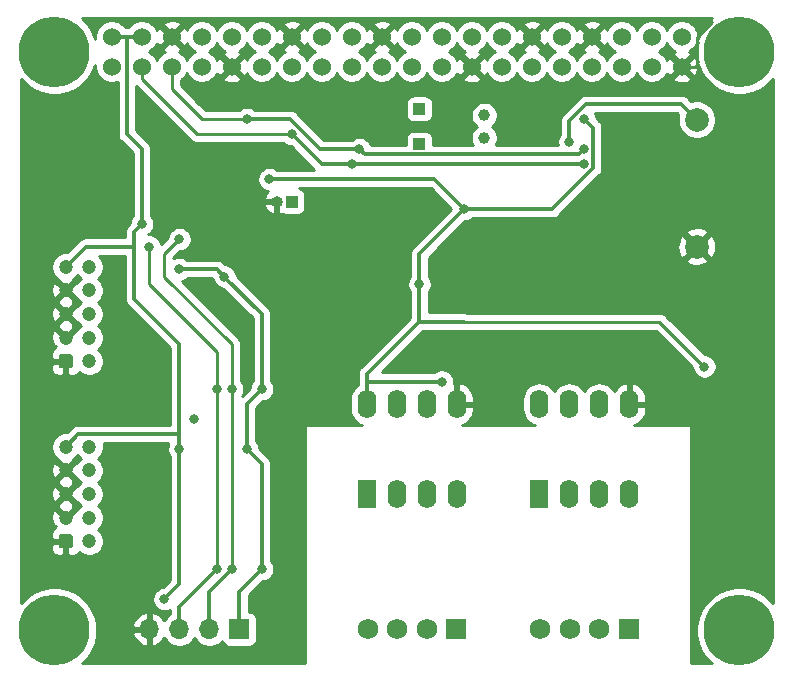
<source format=gbr>
G04 #@! TF.GenerationSoftware,KiCad,Pcbnew,5.1.5-52549c5~84~ubuntu18.04.1*
G04 #@! TF.CreationDate,2020-01-16T02:56:41-05:00*
G04 #@! TF.ProjectId,PiADC2,50694144-4332-42e6-9b69-6361645f7063,1.0*
G04 #@! TF.SameCoordinates,Original*
G04 #@! TF.FileFunction,Copper,L2,Bot*
G04 #@! TF.FilePolarity,Positive*
%FSLAX46Y46*%
G04 Gerber Fmt 4.6, Leading zero omitted, Abs format (unit mm)*
G04 Created by KiCad (PCBNEW 5.1.5-52549c5~84~ubuntu18.04.1) date 2020-01-16 02:56:41*
%MOMM*%
%LPD*%
G04 APERTURE LIST*
%ADD10C,6.000000*%
%ADD11C,1.524000*%
%ADD12C,2.000000*%
%ADD13O,1.700000X1.700000*%
%ADD14R,1.700000X1.700000*%
%ADD15O,1.600000X2.400000*%
%ADD16R,1.600000X2.400000*%
%ADD17R,1.750000X1.750000*%
%ADD18C,1.750000*%
%ADD19R,1.000000X1.000000*%
%ADD20C,1.000000*%
%ADD21O,1.000000X1.000000*%
%ADD22C,1.200000*%
%ADD23C,0.100000*%
%ADD24C,0.800000*%
%ADD25C,0.300000*%
%ADD26C,0.250000*%
%ADD27C,0.254000*%
G04 APERTURE END LIST*
D10*
X168700000Y-126470000D03*
X110700000Y-126470000D03*
X168700000Y-77470000D03*
X110700000Y-77470000D03*
D11*
X115570000Y-76200000D03*
X115570000Y-78740000D03*
X118110000Y-76200000D03*
X118110000Y-78740000D03*
X128270000Y-76200000D03*
X125730000Y-76200000D03*
X123190000Y-76200000D03*
X120650000Y-76200000D03*
X120650000Y-78740000D03*
X123190000Y-78740000D03*
X125730000Y-78740000D03*
X128270000Y-78740000D03*
X156210000Y-76200000D03*
X158750000Y-76200000D03*
X161290000Y-76200000D03*
X163830000Y-76200000D03*
X163830000Y-78740000D03*
X161290000Y-78740000D03*
X158750000Y-78740000D03*
X156210000Y-78740000D03*
X153670000Y-76200000D03*
X153670000Y-78740000D03*
X151130000Y-76200000D03*
X151130000Y-78740000D03*
X148590000Y-78740000D03*
X148590000Y-76200000D03*
X130810000Y-76200000D03*
X130810000Y-78740000D03*
X133350000Y-78740000D03*
X133350000Y-76200000D03*
X135890000Y-76200000D03*
X135890000Y-78740000D03*
X146050000Y-78740000D03*
X146050000Y-76200000D03*
X143510000Y-76200000D03*
X143510000Y-78740000D03*
X140970000Y-78740000D03*
X140970000Y-76200000D03*
X138430000Y-76200000D03*
X138430000Y-78740000D03*
D12*
X165100000Y-83240000D03*
X165100000Y-93980000D03*
D13*
X118745000Y-126365000D03*
X121285000Y-126365000D03*
X123825000Y-126365000D03*
D14*
X126365000Y-126365000D03*
D15*
X151765000Y-107315000D03*
X159385000Y-114935000D03*
X154305000Y-107315000D03*
X156845000Y-114935000D03*
X156845000Y-107315000D03*
X154305000Y-114935000D03*
X159385000Y-107315000D03*
D16*
X151765000Y-114935000D03*
D17*
X159325000Y-126365000D03*
D18*
X151825000Y-126365000D03*
X156825000Y-126365000D03*
X154325000Y-126365000D03*
D17*
X144720000Y-126365000D03*
D18*
X137220000Y-126365000D03*
X142220000Y-126365000D03*
X139720000Y-126365000D03*
D15*
X137160000Y-107315000D03*
X144780000Y-114935000D03*
X139700000Y-107315000D03*
X142240000Y-114935000D03*
X142240000Y-107315000D03*
X139700000Y-114935000D03*
X144780000Y-107315000D03*
D16*
X137160000Y-114935000D03*
D19*
X141605000Y-85320000D03*
X141605000Y-82320000D03*
D20*
X147105000Y-84770000D03*
X147105000Y-82870000D03*
D21*
X129540000Y-90170000D03*
D19*
X130810000Y-90170000D03*
D22*
X113665000Y-110935000D03*
X113665000Y-112935000D03*
X113665000Y-114935000D03*
X113665000Y-116935000D03*
X113665000Y-118935000D03*
X111665000Y-110935000D03*
X111665000Y-112935000D03*
X111665000Y-114935000D03*
X111665000Y-116935000D03*
G04 #@! TA.AperFunction,ComponentPad*
D23*
G36*
X112039505Y-118336204D02*
G01*
X112063773Y-118339804D01*
X112087572Y-118345765D01*
X112110671Y-118354030D01*
X112132850Y-118364520D01*
X112153893Y-118377132D01*
X112173599Y-118391747D01*
X112191777Y-118408223D01*
X112208253Y-118426401D01*
X112222868Y-118446107D01*
X112235480Y-118467150D01*
X112245970Y-118489329D01*
X112254235Y-118512428D01*
X112260196Y-118536227D01*
X112263796Y-118560495D01*
X112265000Y-118584999D01*
X112265000Y-119285001D01*
X112263796Y-119309505D01*
X112260196Y-119333773D01*
X112254235Y-119357572D01*
X112245970Y-119380671D01*
X112235480Y-119402850D01*
X112222868Y-119423893D01*
X112208253Y-119443599D01*
X112191777Y-119461777D01*
X112173599Y-119478253D01*
X112153893Y-119492868D01*
X112132850Y-119505480D01*
X112110671Y-119515970D01*
X112087572Y-119524235D01*
X112063773Y-119530196D01*
X112039505Y-119533796D01*
X112015001Y-119535000D01*
X111314999Y-119535000D01*
X111290495Y-119533796D01*
X111266227Y-119530196D01*
X111242428Y-119524235D01*
X111219329Y-119515970D01*
X111197150Y-119505480D01*
X111176107Y-119492868D01*
X111156401Y-119478253D01*
X111138223Y-119461777D01*
X111121747Y-119443599D01*
X111107132Y-119423893D01*
X111094520Y-119402850D01*
X111084030Y-119380671D01*
X111075765Y-119357572D01*
X111069804Y-119333773D01*
X111066204Y-119309505D01*
X111065000Y-119285001D01*
X111065000Y-118584999D01*
X111066204Y-118560495D01*
X111069804Y-118536227D01*
X111075765Y-118512428D01*
X111084030Y-118489329D01*
X111094520Y-118467150D01*
X111107132Y-118446107D01*
X111121747Y-118426401D01*
X111138223Y-118408223D01*
X111156401Y-118391747D01*
X111176107Y-118377132D01*
X111197150Y-118364520D01*
X111219329Y-118354030D01*
X111242428Y-118345765D01*
X111266227Y-118339804D01*
X111290495Y-118336204D01*
X111314999Y-118335000D01*
X112015001Y-118335000D01*
X112039505Y-118336204D01*
G37*
G04 #@! TD.AperFunction*
D22*
X113665000Y-95695000D03*
X113665000Y-97695000D03*
X113665000Y-99695000D03*
X113665000Y-101695000D03*
X113665000Y-103695000D03*
X111665000Y-95695000D03*
X111665000Y-97695000D03*
X111665000Y-99695000D03*
X111665000Y-101695000D03*
G04 #@! TA.AperFunction,ComponentPad*
D23*
G36*
X112039505Y-103096204D02*
G01*
X112063773Y-103099804D01*
X112087572Y-103105765D01*
X112110671Y-103114030D01*
X112132850Y-103124520D01*
X112153893Y-103137132D01*
X112173599Y-103151747D01*
X112191777Y-103168223D01*
X112208253Y-103186401D01*
X112222868Y-103206107D01*
X112235480Y-103227150D01*
X112245970Y-103249329D01*
X112254235Y-103272428D01*
X112260196Y-103296227D01*
X112263796Y-103320495D01*
X112265000Y-103344999D01*
X112265000Y-104045001D01*
X112263796Y-104069505D01*
X112260196Y-104093773D01*
X112254235Y-104117572D01*
X112245970Y-104140671D01*
X112235480Y-104162850D01*
X112222868Y-104183893D01*
X112208253Y-104203599D01*
X112191777Y-104221777D01*
X112173599Y-104238253D01*
X112153893Y-104252868D01*
X112132850Y-104265480D01*
X112110671Y-104275970D01*
X112087572Y-104284235D01*
X112063773Y-104290196D01*
X112039505Y-104293796D01*
X112015001Y-104295000D01*
X111314999Y-104295000D01*
X111290495Y-104293796D01*
X111266227Y-104290196D01*
X111242428Y-104284235D01*
X111219329Y-104275970D01*
X111197150Y-104265480D01*
X111176107Y-104252868D01*
X111156401Y-104238253D01*
X111138223Y-104221777D01*
X111121747Y-104203599D01*
X111107132Y-104183893D01*
X111094520Y-104162850D01*
X111084030Y-104140671D01*
X111075765Y-104117572D01*
X111069804Y-104093773D01*
X111066204Y-104069505D01*
X111065000Y-104045001D01*
X111065000Y-103344999D01*
X111066204Y-103320495D01*
X111069804Y-103296227D01*
X111075765Y-103272428D01*
X111084030Y-103249329D01*
X111094520Y-103227150D01*
X111107132Y-103206107D01*
X111121747Y-103186401D01*
X111138223Y-103168223D01*
X111156401Y-103151747D01*
X111176107Y-103137132D01*
X111197150Y-103124520D01*
X111219329Y-103114030D01*
X111242428Y-103105765D01*
X111266227Y-103099804D01*
X111290495Y-103096204D01*
X111314999Y-103095000D01*
X112015001Y-103095000D01*
X112039505Y-103096204D01*
G37*
G04 #@! TD.AperFunction*
D24*
X121285000Y-95885000D03*
X121285000Y-111125000D03*
X118110000Y-92075000D03*
X125095000Y-96520000D03*
X128270000Y-106045000D03*
X127000000Y-111125000D03*
X128270000Y-121285000D03*
X120015000Y-123825000D03*
X122555000Y-108585000D03*
X128905000Y-88265000D03*
X155575000Y-83185000D03*
X141605000Y-97155000D03*
X145415000Y-90805000D03*
X143510000Y-105410000D03*
X165735000Y-104140000D03*
X123825000Y-97155000D03*
X118745000Y-83185000D03*
X156845000Y-95250000D03*
X156845000Y-88900000D03*
X130810000Y-84455000D03*
X155575000Y-86995000D03*
X135890000Y-86995000D03*
X127000000Y-83185000D03*
X136525000Y-85725000D03*
X155575000Y-85725000D03*
X125730000Y-106045000D03*
X125730000Y-121285000D03*
X121285000Y-93345000D03*
X124460000Y-106045000D03*
X124460000Y-121285000D03*
X118745000Y-93980000D03*
X154305000Y-85090000D03*
D25*
X115570000Y-76200000D02*
X116647630Y-76200000D01*
X116840000Y-76200000D02*
X116840000Y-84455000D01*
X116840000Y-76200000D02*
X118110000Y-76200000D01*
X116647630Y-76200000D02*
X116840000Y-76200000D01*
X116840000Y-84455000D02*
X118110000Y-85725000D01*
X118110000Y-85725000D02*
X118110000Y-92075000D01*
X118110000Y-92075000D02*
X117475000Y-92710000D01*
X117475000Y-98425000D02*
X121285000Y-102235000D01*
X121285000Y-122555000D02*
X120015000Y-123825000D01*
X121285000Y-111125000D02*
X121285000Y-122555000D01*
X111665000Y-110935000D02*
X112745000Y-109855000D01*
X121285000Y-102235000D02*
X121285000Y-109855000D01*
X112745000Y-109855000D02*
X121285000Y-109855000D01*
X121285000Y-109855000D02*
X121285000Y-111125000D01*
X111665000Y-95695000D02*
X113380000Y-93980000D01*
X117475000Y-92710000D02*
X117475000Y-93980000D01*
X113380000Y-93980000D02*
X117475000Y-93980000D01*
X117475000Y-93980000D02*
X117475000Y-98425000D01*
X126365000Y-123190000D02*
X128270000Y-121285000D01*
X126365000Y-126365000D02*
X126365000Y-123190000D01*
X128270000Y-112395000D02*
X127000000Y-111125000D01*
X128270000Y-121285000D02*
X128270000Y-112395000D01*
X127000000Y-107315000D02*
X128270000Y-106045000D01*
X127000000Y-111125000D02*
X127000000Y-107315000D01*
X128270000Y-99695000D02*
X125095000Y-96520000D01*
X128270000Y-106045000D02*
X128270000Y-99695000D01*
X124460000Y-95885000D02*
X125095000Y-96520000D01*
X121285000Y-95885000D02*
X124460000Y-95885000D01*
X142875000Y-88265000D02*
X145415000Y-90805000D01*
X128905000Y-88265000D02*
X142875000Y-88265000D01*
X141605000Y-94615000D02*
X145415000Y-90805000D01*
X141605000Y-97155000D02*
X141605000Y-94615000D01*
X155974999Y-83584999D02*
X155575000Y-83185000D01*
X156325001Y-83935001D02*
X155974999Y-83584999D01*
X156325001Y-87355001D02*
X156325001Y-83935001D01*
X152875002Y-90805000D02*
X156325001Y-87355001D01*
X145415000Y-90805000D02*
X152875002Y-90805000D01*
X141605000Y-97155000D02*
X141605000Y-100330000D01*
X141605000Y-100330000D02*
X137160000Y-104775000D01*
X143510000Y-105410000D02*
X137160000Y-105410000D01*
X137160000Y-104775000D02*
X137160000Y-105410000D01*
X137160000Y-105410000D02*
X137160000Y-107315000D01*
X145415000Y-100330000D02*
X141605000Y-100330000D01*
D26*
X161925000Y-100330000D02*
X165735000Y-104140000D01*
X145415000Y-100330000D02*
X161925000Y-100330000D01*
D25*
X156845000Y-95250000D02*
X156845000Y-88900000D01*
D26*
X165100000Y-76200000D02*
X166370000Y-74930000D01*
X165100000Y-78547630D02*
X165100000Y-76200000D01*
X164907630Y-78740000D02*
X165100000Y-78547630D01*
X163830000Y-78740000D02*
X164907630Y-78740000D01*
X118110000Y-79817630D02*
X122747370Y-84455000D01*
X118110000Y-78740000D02*
X118110000Y-79817630D01*
X122747370Y-84455000D02*
X126365000Y-84455000D01*
X126365000Y-84455000D02*
X130810000Y-84455000D01*
D25*
X130810000Y-84455000D02*
X133350000Y-86995000D01*
X135890000Y-86995000D02*
X155575000Y-86995000D01*
X133350000Y-86995000D02*
X135890000Y-86995000D01*
D26*
X120650000Y-78740000D02*
X120650000Y-80645000D01*
X123190000Y-83185000D02*
X127000000Y-83185000D01*
X120650000Y-80645000D02*
X123190000Y-83185000D01*
D25*
X127000000Y-83185000D02*
X130175000Y-83185000D01*
X133190002Y-85725000D02*
X134620000Y-85725000D01*
X130650002Y-83185000D02*
X133190002Y-85725000D01*
X130175000Y-83185000D02*
X130650002Y-83185000D01*
X134620000Y-85725000D02*
X136525000Y-85725000D01*
X155129999Y-86170001D02*
X155575000Y-85725000D01*
X136525000Y-85725000D02*
X136970001Y-86170001D01*
X136970001Y-86170001D02*
X155129999Y-86170001D01*
D26*
X125730000Y-106241998D02*
X125730000Y-106045000D01*
X125730000Y-121285000D02*
X125730000Y-106241998D01*
X125730000Y-102235000D02*
X125730000Y-106045000D01*
X120015000Y-96520000D02*
X125730000Y-102235000D01*
D25*
X123825000Y-123190000D02*
X125730000Y-121285000D01*
X123825000Y-126365000D02*
X123825000Y-123190000D01*
D26*
X121285000Y-93345000D02*
X120015000Y-94615000D01*
X120015000Y-94615000D02*
X120015000Y-96520000D01*
X124460000Y-121285000D02*
X124460000Y-106045000D01*
X124460000Y-102870000D02*
X124460000Y-106045000D01*
X118745000Y-97155000D02*
X124460000Y-102870000D01*
D25*
X121285000Y-124460000D02*
X124460000Y-121285000D01*
X121285000Y-126365000D02*
X121285000Y-124460000D01*
D26*
X118745000Y-93980000D02*
X118745000Y-97155000D01*
D25*
X154305000Y-83344998D02*
X155734998Y-81915000D01*
X154305000Y-85090000D02*
X154305000Y-83344998D01*
X163775000Y-81915000D02*
X165100000Y-83240000D01*
X155734998Y-81915000D02*
X163775000Y-81915000D01*
D27*
G36*
X114173000Y-78602408D02*
G01*
X114173000Y-78877592D01*
X114226686Y-79147490D01*
X114331995Y-79401727D01*
X114484880Y-79630535D01*
X114679465Y-79825120D01*
X114908273Y-79978005D01*
X115162510Y-80083314D01*
X115432408Y-80137000D01*
X115707592Y-80137000D01*
X115977490Y-80083314D01*
X116055000Y-80051208D01*
X116055001Y-84416437D01*
X116051203Y-84455000D01*
X116066359Y-84608886D01*
X116111246Y-84756859D01*
X116111247Y-84756860D01*
X116184139Y-84893233D01*
X116206979Y-84921063D01*
X116257655Y-84982812D01*
X116257659Y-84982816D01*
X116282237Y-85012764D01*
X116312185Y-85037342D01*
X117325000Y-86050158D01*
X117325001Y-91396288D01*
X117306063Y-91415226D01*
X117192795Y-91584744D01*
X117114774Y-91773102D01*
X117075000Y-91973061D01*
X117075000Y-91999843D01*
X116947190Y-92127653D01*
X116917236Y-92152236D01*
X116819138Y-92271768D01*
X116746246Y-92408141D01*
X116701359Y-92556114D01*
X116690000Y-92671440D01*
X116690000Y-92671447D01*
X116686203Y-92710000D01*
X116690000Y-92748553D01*
X116690000Y-93195000D01*
X113418552Y-93195000D01*
X113379999Y-93191203D01*
X113341446Y-93195000D01*
X113341439Y-93195000D01*
X113240490Y-93204943D01*
X113226112Y-93206359D01*
X113193266Y-93216323D01*
X113078140Y-93251246D01*
X112941767Y-93324138D01*
X112890928Y-93365861D01*
X112852187Y-93397655D01*
X112852184Y-93397658D01*
X112822236Y-93422236D01*
X112797658Y-93452184D01*
X111789311Y-94460532D01*
X111786637Y-94460000D01*
X111543363Y-94460000D01*
X111304764Y-94507460D01*
X111080008Y-94600557D01*
X110877733Y-94735713D01*
X110705713Y-94907733D01*
X110570557Y-95110008D01*
X110477460Y-95334764D01*
X110430000Y-95573363D01*
X110430000Y-95816637D01*
X110477460Y-96055236D01*
X110570557Y-96279992D01*
X110705713Y-96482267D01*
X110877733Y-96654287D01*
X111015733Y-96746496D01*
X110994841Y-96845236D01*
X111665000Y-97515395D01*
X112335159Y-96845236D01*
X112314267Y-96746496D01*
X112452267Y-96654287D01*
X112624287Y-96482267D01*
X112665000Y-96421336D01*
X112705713Y-96482267D01*
X112877733Y-96654287D01*
X112938664Y-96695000D01*
X112877733Y-96735713D01*
X112705713Y-96907733D01*
X112613504Y-97045733D01*
X112514764Y-97024841D01*
X111844605Y-97695000D01*
X112514764Y-98365159D01*
X112613504Y-98344267D01*
X112705713Y-98482267D01*
X112877733Y-98654287D01*
X112938664Y-98695000D01*
X112877733Y-98735713D01*
X112705713Y-98907733D01*
X112613504Y-99045733D01*
X112514764Y-99024841D01*
X111844605Y-99695000D01*
X112514764Y-100365159D01*
X112613504Y-100344267D01*
X112705713Y-100482267D01*
X112877733Y-100654287D01*
X112938664Y-100695000D01*
X112877733Y-100735713D01*
X112705713Y-100907733D01*
X112613504Y-101045733D01*
X112514764Y-101024841D01*
X111844605Y-101695000D01*
X111858748Y-101709143D01*
X111679143Y-101888748D01*
X111665000Y-101874605D01*
X111650858Y-101888748D01*
X111471253Y-101709143D01*
X111485395Y-101695000D01*
X110815236Y-101024841D01*
X110591652Y-101072148D01*
X110490763Y-101293516D01*
X110435000Y-101530313D01*
X110426505Y-101773438D01*
X110465605Y-102013549D01*
X110550798Y-102241418D01*
X110591652Y-102317852D01*
X110815234Y-102365158D01*
X110698128Y-102482264D01*
X110756006Y-102540142D01*
X110710506Y-102564463D01*
X110613815Y-102643815D01*
X110534463Y-102740506D01*
X110475498Y-102850820D01*
X110439188Y-102970518D01*
X110426928Y-103095000D01*
X110430000Y-103409250D01*
X110588750Y-103568000D01*
X111538000Y-103568000D01*
X111538000Y-103548000D01*
X111792000Y-103548000D01*
X111792000Y-103568000D01*
X111812000Y-103568000D01*
X111812000Y-103822000D01*
X111792000Y-103822000D01*
X111792000Y-104771250D01*
X111950750Y-104930000D01*
X112265000Y-104933072D01*
X112389482Y-104920812D01*
X112509180Y-104884502D01*
X112619494Y-104825537D01*
X112716185Y-104746185D01*
X112795537Y-104649494D01*
X112822499Y-104599053D01*
X112877733Y-104654287D01*
X113080008Y-104789443D01*
X113304764Y-104882540D01*
X113543363Y-104930000D01*
X113786637Y-104930000D01*
X114025236Y-104882540D01*
X114249992Y-104789443D01*
X114452267Y-104654287D01*
X114624287Y-104482267D01*
X114759443Y-104279992D01*
X114852540Y-104055236D01*
X114900000Y-103816637D01*
X114900000Y-103573363D01*
X114852540Y-103334764D01*
X114759443Y-103110008D01*
X114624287Y-102907733D01*
X114452267Y-102735713D01*
X114391336Y-102695000D01*
X114452267Y-102654287D01*
X114624287Y-102482267D01*
X114759443Y-102279992D01*
X114852540Y-102055236D01*
X114900000Y-101816637D01*
X114900000Y-101573363D01*
X114852540Y-101334764D01*
X114759443Y-101110008D01*
X114624287Y-100907733D01*
X114452267Y-100735713D01*
X114391336Y-100695000D01*
X114452267Y-100654287D01*
X114624287Y-100482267D01*
X114759443Y-100279992D01*
X114852540Y-100055236D01*
X114900000Y-99816637D01*
X114900000Y-99573363D01*
X114852540Y-99334764D01*
X114759443Y-99110008D01*
X114624287Y-98907733D01*
X114452267Y-98735713D01*
X114391336Y-98695000D01*
X114452267Y-98654287D01*
X114624287Y-98482267D01*
X114759443Y-98279992D01*
X114852540Y-98055236D01*
X114900000Y-97816637D01*
X114900000Y-97573363D01*
X114852540Y-97334764D01*
X114759443Y-97110008D01*
X114624287Y-96907733D01*
X114452267Y-96735713D01*
X114391336Y-96695000D01*
X114452267Y-96654287D01*
X114624287Y-96482267D01*
X114759443Y-96279992D01*
X114852540Y-96055236D01*
X114900000Y-95816637D01*
X114900000Y-95573363D01*
X114852540Y-95334764D01*
X114759443Y-95110008D01*
X114624287Y-94907733D01*
X114481554Y-94765000D01*
X116690000Y-94765000D01*
X116690001Y-98386437D01*
X116686203Y-98425000D01*
X116701359Y-98578886D01*
X116746246Y-98726859D01*
X116779698Y-98789443D01*
X116819139Y-98863233D01*
X116854403Y-98906202D01*
X116892655Y-98952812D01*
X116892659Y-98952816D01*
X116917237Y-98982764D01*
X116947185Y-99007342D01*
X120500000Y-102560157D01*
X120500001Y-109070000D01*
X112783556Y-109070000D01*
X112745000Y-109066203D01*
X112706444Y-109070000D01*
X112706439Y-109070000D01*
X112666026Y-109073980D01*
X112591113Y-109081358D01*
X112443140Y-109126246D01*
X112306767Y-109199138D01*
X112187236Y-109297236D01*
X112162653Y-109327190D01*
X111789311Y-109700532D01*
X111786637Y-109700000D01*
X111543363Y-109700000D01*
X111304764Y-109747460D01*
X111080008Y-109840557D01*
X110877733Y-109975713D01*
X110705713Y-110147733D01*
X110570557Y-110350008D01*
X110477460Y-110574764D01*
X110430000Y-110813363D01*
X110430000Y-111056637D01*
X110477460Y-111295236D01*
X110570557Y-111519992D01*
X110705713Y-111722267D01*
X110877733Y-111894287D01*
X111015733Y-111986496D01*
X110994841Y-112085236D01*
X111665000Y-112755395D01*
X112335159Y-112085236D01*
X112314267Y-111986496D01*
X112452267Y-111894287D01*
X112624287Y-111722267D01*
X112665000Y-111661336D01*
X112705713Y-111722267D01*
X112877733Y-111894287D01*
X112938664Y-111935000D01*
X112877733Y-111975713D01*
X112705713Y-112147733D01*
X112613504Y-112285733D01*
X112514764Y-112264841D01*
X111844605Y-112935000D01*
X112514764Y-113605159D01*
X112613504Y-113584267D01*
X112705713Y-113722267D01*
X112877733Y-113894287D01*
X112938664Y-113935000D01*
X112877733Y-113975713D01*
X112705713Y-114147733D01*
X112613504Y-114285733D01*
X112514764Y-114264841D01*
X111844605Y-114935000D01*
X112514764Y-115605159D01*
X112613504Y-115584267D01*
X112705713Y-115722267D01*
X112877733Y-115894287D01*
X112938664Y-115935000D01*
X112877733Y-115975713D01*
X112705713Y-116147733D01*
X112613504Y-116285733D01*
X112514764Y-116264841D01*
X111844605Y-116935000D01*
X111858748Y-116949143D01*
X111679143Y-117128748D01*
X111665000Y-117114605D01*
X111650858Y-117128748D01*
X111471253Y-116949143D01*
X111485395Y-116935000D01*
X110815236Y-116264841D01*
X110591652Y-116312148D01*
X110490763Y-116533516D01*
X110435000Y-116770313D01*
X110426505Y-117013438D01*
X110465605Y-117253549D01*
X110550798Y-117481418D01*
X110591652Y-117557852D01*
X110815234Y-117605158D01*
X110698128Y-117722264D01*
X110756006Y-117780142D01*
X110710506Y-117804463D01*
X110613815Y-117883815D01*
X110534463Y-117980506D01*
X110475498Y-118090820D01*
X110439188Y-118210518D01*
X110426928Y-118335000D01*
X110430000Y-118649250D01*
X110588750Y-118808000D01*
X111538000Y-118808000D01*
X111538000Y-118788000D01*
X111792000Y-118788000D01*
X111792000Y-118808000D01*
X111812000Y-118808000D01*
X111812000Y-119062000D01*
X111792000Y-119062000D01*
X111792000Y-120011250D01*
X111950750Y-120170000D01*
X112265000Y-120173072D01*
X112389482Y-120160812D01*
X112509180Y-120124502D01*
X112619494Y-120065537D01*
X112716185Y-119986185D01*
X112795537Y-119889494D01*
X112822499Y-119839053D01*
X112877733Y-119894287D01*
X113080008Y-120029443D01*
X113304764Y-120122540D01*
X113543363Y-120170000D01*
X113786637Y-120170000D01*
X114025236Y-120122540D01*
X114249992Y-120029443D01*
X114452267Y-119894287D01*
X114624287Y-119722267D01*
X114759443Y-119519992D01*
X114852540Y-119295236D01*
X114900000Y-119056637D01*
X114900000Y-118813363D01*
X114852540Y-118574764D01*
X114759443Y-118350008D01*
X114624287Y-118147733D01*
X114452267Y-117975713D01*
X114391336Y-117935000D01*
X114452267Y-117894287D01*
X114624287Y-117722267D01*
X114759443Y-117519992D01*
X114852540Y-117295236D01*
X114900000Y-117056637D01*
X114900000Y-116813363D01*
X114852540Y-116574764D01*
X114759443Y-116350008D01*
X114624287Y-116147733D01*
X114452267Y-115975713D01*
X114391336Y-115935000D01*
X114452267Y-115894287D01*
X114624287Y-115722267D01*
X114759443Y-115519992D01*
X114852540Y-115295236D01*
X114900000Y-115056637D01*
X114900000Y-114813363D01*
X114852540Y-114574764D01*
X114759443Y-114350008D01*
X114624287Y-114147733D01*
X114452267Y-113975713D01*
X114391336Y-113935000D01*
X114452267Y-113894287D01*
X114624287Y-113722267D01*
X114759443Y-113519992D01*
X114852540Y-113295236D01*
X114900000Y-113056637D01*
X114900000Y-112813363D01*
X114852540Y-112574764D01*
X114759443Y-112350008D01*
X114624287Y-112147733D01*
X114452267Y-111975713D01*
X114391336Y-111935000D01*
X114452267Y-111894287D01*
X114624287Y-111722267D01*
X114759443Y-111519992D01*
X114852540Y-111295236D01*
X114900000Y-111056637D01*
X114900000Y-110813363D01*
X114865516Y-110640000D01*
X120365618Y-110640000D01*
X120289774Y-110823102D01*
X120250000Y-111023061D01*
X120250000Y-111226939D01*
X120289774Y-111426898D01*
X120367795Y-111615256D01*
X120481063Y-111784774D01*
X120500000Y-111803711D01*
X120500001Y-122229841D01*
X119939843Y-122790000D01*
X119913061Y-122790000D01*
X119713102Y-122829774D01*
X119524744Y-122907795D01*
X119355226Y-123021063D01*
X119211063Y-123165226D01*
X119097795Y-123334744D01*
X119019774Y-123523102D01*
X118980000Y-123723061D01*
X118980000Y-123926939D01*
X119019774Y-124126898D01*
X119097795Y-124315256D01*
X119211063Y-124484774D01*
X119355226Y-124628937D01*
X119524744Y-124742205D01*
X119713102Y-124820226D01*
X119913061Y-124860000D01*
X120116939Y-124860000D01*
X120316898Y-124820226D01*
X120500001Y-124744382D01*
X120500001Y-125103526D01*
X120338368Y-125211525D01*
X120131525Y-125418368D01*
X120009805Y-125600534D01*
X119940178Y-125483645D01*
X119745269Y-125267412D01*
X119511920Y-125093359D01*
X119249099Y-124968175D01*
X119101890Y-124923524D01*
X118872000Y-125044845D01*
X118872000Y-126238000D01*
X118892000Y-126238000D01*
X118892000Y-126492000D01*
X118872000Y-126492000D01*
X118872000Y-127685155D01*
X119101890Y-127806476D01*
X119249099Y-127761825D01*
X119511920Y-127636641D01*
X119745269Y-127462588D01*
X119940178Y-127246355D01*
X120009805Y-127129466D01*
X120131525Y-127311632D01*
X120338368Y-127518475D01*
X120581589Y-127680990D01*
X120851842Y-127792932D01*
X121138740Y-127850000D01*
X121431260Y-127850000D01*
X121718158Y-127792932D01*
X121988411Y-127680990D01*
X122231632Y-127518475D01*
X122438475Y-127311632D01*
X122555000Y-127137240D01*
X122671525Y-127311632D01*
X122878368Y-127518475D01*
X123121589Y-127680990D01*
X123391842Y-127792932D01*
X123678740Y-127850000D01*
X123971260Y-127850000D01*
X124258158Y-127792932D01*
X124528411Y-127680990D01*
X124771632Y-127518475D01*
X124903487Y-127386620D01*
X124925498Y-127459180D01*
X124984463Y-127569494D01*
X125063815Y-127666185D01*
X125160506Y-127745537D01*
X125270820Y-127804502D01*
X125390518Y-127840812D01*
X125515000Y-127853072D01*
X127215000Y-127853072D01*
X127339482Y-127840812D01*
X127459180Y-127804502D01*
X127569494Y-127745537D01*
X127666185Y-127666185D01*
X127745537Y-127569494D01*
X127804502Y-127459180D01*
X127840812Y-127339482D01*
X127853072Y-127215000D01*
X127853072Y-125515000D01*
X127840812Y-125390518D01*
X127804502Y-125270820D01*
X127745537Y-125160506D01*
X127666185Y-125063815D01*
X127569494Y-124984463D01*
X127459180Y-124925498D01*
X127339482Y-124889188D01*
X127215000Y-124876928D01*
X127150000Y-124876928D01*
X127150000Y-123515157D01*
X128345157Y-122320000D01*
X128371939Y-122320000D01*
X128571898Y-122280226D01*
X128760256Y-122202205D01*
X128929774Y-122088937D01*
X129073937Y-121944774D01*
X129187205Y-121775256D01*
X129265226Y-121586898D01*
X129305000Y-121386939D01*
X129305000Y-121183061D01*
X129265226Y-120983102D01*
X129187205Y-120794744D01*
X129073937Y-120625226D01*
X129055000Y-120606289D01*
X129055000Y-112433552D01*
X129058797Y-112394999D01*
X129055000Y-112356446D01*
X129055000Y-112356439D01*
X129043641Y-112241113D01*
X128998754Y-112093140D01*
X128925862Y-111956767D01*
X128827764Y-111837236D01*
X128797815Y-111812658D01*
X128035000Y-111049843D01*
X128035000Y-111023061D01*
X127995226Y-110823102D01*
X127917205Y-110634744D01*
X127803937Y-110465226D01*
X127785000Y-110446289D01*
X127785000Y-107640157D01*
X128345158Y-107080000D01*
X128371939Y-107080000D01*
X128571898Y-107040226D01*
X128760256Y-106962205D01*
X128929774Y-106848937D01*
X129073937Y-106704774D01*
X129187205Y-106535256D01*
X129265226Y-106346898D01*
X129305000Y-106146939D01*
X129305000Y-105943061D01*
X129265226Y-105743102D01*
X129187205Y-105554744D01*
X129073937Y-105385226D01*
X129055000Y-105366289D01*
X129055000Y-99733552D01*
X129058797Y-99694999D01*
X129055000Y-99656446D01*
X129055000Y-99656439D01*
X129043641Y-99541113D01*
X128998754Y-99393140D01*
X128925862Y-99256767D01*
X128827764Y-99137236D01*
X128797816Y-99112658D01*
X126130000Y-96444843D01*
X126130000Y-96418061D01*
X126090226Y-96218102D01*
X126012205Y-96029744D01*
X125898937Y-95860226D01*
X125754774Y-95716063D01*
X125585256Y-95602795D01*
X125396898Y-95524774D01*
X125196939Y-95485000D01*
X125170157Y-95485000D01*
X125042347Y-95357190D01*
X125017764Y-95327236D01*
X124898233Y-95229138D01*
X124761860Y-95156246D01*
X124613887Y-95111359D01*
X124498561Y-95100000D01*
X124498553Y-95100000D01*
X124460000Y-95096203D01*
X124421447Y-95100000D01*
X121963711Y-95100000D01*
X121944774Y-95081063D01*
X121775256Y-94967795D01*
X121586898Y-94889774D01*
X121386939Y-94850000D01*
X121183061Y-94850000D01*
X120983102Y-94889774D01*
X120794744Y-94967795D01*
X120775000Y-94980987D01*
X120775000Y-94929801D01*
X121324802Y-94380000D01*
X121386939Y-94380000D01*
X121586898Y-94340226D01*
X121775256Y-94262205D01*
X121944774Y-94148937D01*
X122088937Y-94004774D01*
X122202205Y-93835256D01*
X122280226Y-93646898D01*
X122320000Y-93446939D01*
X122320000Y-93243061D01*
X122280226Y-93043102D01*
X122202205Y-92854744D01*
X122088937Y-92685226D01*
X121944774Y-92541063D01*
X121775256Y-92427795D01*
X121586898Y-92349774D01*
X121386939Y-92310000D01*
X121183061Y-92310000D01*
X120983102Y-92349774D01*
X120794744Y-92427795D01*
X120625226Y-92541063D01*
X120481063Y-92685226D01*
X120367795Y-92854744D01*
X120289774Y-93043102D01*
X120250000Y-93243061D01*
X120250000Y-93305198D01*
X119762934Y-93792265D01*
X119740226Y-93678102D01*
X119662205Y-93489744D01*
X119548937Y-93320226D01*
X119404774Y-93176063D01*
X119235256Y-93062795D01*
X119046898Y-92984774D01*
X118846939Y-92945000D01*
X118670903Y-92945000D01*
X118769774Y-92878937D01*
X118913937Y-92734774D01*
X119027205Y-92565256D01*
X119105226Y-92376898D01*
X119145000Y-92176939D01*
X119145000Y-91973061D01*
X119105226Y-91773102D01*
X119027205Y-91584744D01*
X118913937Y-91415226D01*
X118895000Y-91396289D01*
X118895000Y-90471876D01*
X128445874Y-90471876D01*
X128525790Y-90679529D01*
X128644682Y-90867601D01*
X128797980Y-91028865D01*
X128979794Y-91157123D01*
X129183136Y-91247446D01*
X129238126Y-91264119D01*
X129413000Y-91137954D01*
X129413000Y-90297000D01*
X128570871Y-90297000D01*
X128445874Y-90471876D01*
X118895000Y-90471876D01*
X118895000Y-85763552D01*
X118898797Y-85724999D01*
X118895000Y-85686446D01*
X118895000Y-85686439D01*
X118883641Y-85571113D01*
X118838754Y-85423140D01*
X118765862Y-85286767D01*
X118709981Y-85218677D01*
X118692345Y-85197187D01*
X118692342Y-85197184D01*
X118667764Y-85167236D01*
X118637817Y-85142659D01*
X117625000Y-84129843D01*
X117625000Y-80407431D01*
X122183571Y-84966003D01*
X122207369Y-84995001D01*
X122236367Y-85018799D01*
X122323094Y-85089974D01*
X122455123Y-85160546D01*
X122598384Y-85204003D01*
X122747370Y-85218677D01*
X122784703Y-85215000D01*
X130106289Y-85215000D01*
X130150226Y-85258937D01*
X130319744Y-85372205D01*
X130508102Y-85450226D01*
X130708061Y-85490000D01*
X130734843Y-85490000D01*
X132724842Y-87480000D01*
X129583711Y-87480000D01*
X129564774Y-87461063D01*
X129395256Y-87347795D01*
X129206898Y-87269774D01*
X129006939Y-87230000D01*
X128803061Y-87230000D01*
X128603102Y-87269774D01*
X128414744Y-87347795D01*
X128245226Y-87461063D01*
X128101063Y-87605226D01*
X127987795Y-87774744D01*
X127909774Y-87963102D01*
X127870000Y-88163061D01*
X127870000Y-88366939D01*
X127909774Y-88566898D01*
X127987795Y-88755256D01*
X128101063Y-88924774D01*
X128245226Y-89068937D01*
X128414744Y-89182205D01*
X128603102Y-89260226D01*
X128803061Y-89300000D01*
X128813765Y-89300000D01*
X128797980Y-89311135D01*
X128644682Y-89472399D01*
X128525790Y-89660471D01*
X128445874Y-89868124D01*
X128570871Y-90043000D01*
X129413000Y-90043000D01*
X129413000Y-90023000D01*
X129667000Y-90023000D01*
X129667000Y-90043000D01*
X129671928Y-90043000D01*
X129671928Y-90297000D01*
X129667000Y-90297000D01*
X129667000Y-91137954D01*
X129841874Y-91264119D01*
X129896864Y-91247446D01*
X129976820Y-91211930D01*
X130065820Y-91259502D01*
X130185518Y-91295812D01*
X130310000Y-91308072D01*
X131310000Y-91308072D01*
X131434482Y-91295812D01*
X131554180Y-91259502D01*
X131664494Y-91200537D01*
X131761185Y-91121185D01*
X131840537Y-91024494D01*
X131899502Y-90914180D01*
X131935812Y-90794482D01*
X131948072Y-90670000D01*
X131948072Y-89670000D01*
X131935812Y-89545518D01*
X131899502Y-89425820D01*
X131840537Y-89315506D01*
X131761185Y-89218815D01*
X131664494Y-89139463D01*
X131554180Y-89080498D01*
X131453642Y-89050000D01*
X142549843Y-89050000D01*
X144304843Y-90805000D01*
X141077185Y-94032658D01*
X141047237Y-94057236D01*
X141022659Y-94087184D01*
X141022655Y-94087188D01*
X140989690Y-94127356D01*
X140949139Y-94176767D01*
X140915933Y-94238892D01*
X140876246Y-94313141D01*
X140831359Y-94461114D01*
X140816203Y-94615000D01*
X140820001Y-94653563D01*
X140820000Y-96476289D01*
X140801063Y-96495226D01*
X140687795Y-96664744D01*
X140609774Y-96853102D01*
X140570000Y-97053061D01*
X140570000Y-97256939D01*
X140609774Y-97456898D01*
X140687795Y-97645256D01*
X140801063Y-97814774D01*
X140820000Y-97833711D01*
X140820001Y-100004841D01*
X136632190Y-104192653D01*
X136602236Y-104217236D01*
X136504138Y-104336768D01*
X136431246Y-104473141D01*
X136386359Y-104621114D01*
X136375000Y-104736440D01*
X136375000Y-104736447D01*
X136371203Y-104775000D01*
X136375000Y-104813553D01*
X136375000Y-105371439D01*
X136371202Y-105410000D01*
X136375000Y-105448561D01*
X136375000Y-105707462D01*
X136358899Y-105716068D01*
X136140392Y-105895393D01*
X135961068Y-106113900D01*
X135827818Y-106363193D01*
X135745764Y-106633692D01*
X135725000Y-106844509D01*
X135725000Y-107785492D01*
X135745764Y-107996309D01*
X135827818Y-108266808D01*
X135961068Y-108516101D01*
X136140393Y-108734608D01*
X136358900Y-108913932D01*
X136608193Y-109047182D01*
X136759236Y-109093000D01*
X132080000Y-109093000D01*
X132055224Y-109095440D01*
X132031399Y-109102667D01*
X132009443Y-109114403D01*
X131990197Y-109130197D01*
X131974403Y-109149443D01*
X131962667Y-109171399D01*
X131955440Y-109195224D01*
X131953000Y-109220000D01*
X131953000Y-129275000D01*
X113035666Y-129275000D01*
X113523489Y-128787177D01*
X113921295Y-128191818D01*
X114195309Y-127530290D01*
X114335000Y-126828016D01*
X114335000Y-126721891D01*
X117303519Y-126721891D01*
X117400843Y-126996252D01*
X117549822Y-127246355D01*
X117744731Y-127462588D01*
X117978080Y-127636641D01*
X118240901Y-127761825D01*
X118388110Y-127806476D01*
X118618000Y-127685155D01*
X118618000Y-126492000D01*
X117424186Y-126492000D01*
X117303519Y-126721891D01*
X114335000Y-126721891D01*
X114335000Y-126111984D01*
X114314338Y-126008109D01*
X117303519Y-126008109D01*
X117424186Y-126238000D01*
X118618000Y-126238000D01*
X118618000Y-125044845D01*
X118388110Y-124923524D01*
X118240901Y-124968175D01*
X117978080Y-125093359D01*
X117744731Y-125267412D01*
X117549822Y-125483645D01*
X117400843Y-125733748D01*
X117303519Y-126008109D01*
X114314338Y-126008109D01*
X114195309Y-125409710D01*
X113921295Y-124748182D01*
X113523489Y-124152823D01*
X113017177Y-123646511D01*
X112421818Y-123248705D01*
X111760290Y-122974691D01*
X111058016Y-122835000D01*
X110341984Y-122835000D01*
X109639710Y-122974691D01*
X108978182Y-123248705D01*
X108382823Y-123646511D01*
X107895000Y-124134334D01*
X107895000Y-119535000D01*
X110426928Y-119535000D01*
X110439188Y-119659482D01*
X110475498Y-119779180D01*
X110534463Y-119889494D01*
X110613815Y-119986185D01*
X110710506Y-120065537D01*
X110820820Y-120124502D01*
X110940518Y-120160812D01*
X111065000Y-120173072D01*
X111379250Y-120170000D01*
X111538000Y-120011250D01*
X111538000Y-119062000D01*
X110588750Y-119062000D01*
X110430000Y-119220750D01*
X110426928Y-119535000D01*
X107895000Y-119535000D01*
X107895000Y-115784764D01*
X110994841Y-115784764D01*
X111026629Y-115935000D01*
X110994841Y-116085236D01*
X111665000Y-116755395D01*
X112335159Y-116085236D01*
X112303371Y-115935000D01*
X112335159Y-115784764D01*
X111665000Y-115114605D01*
X110994841Y-115784764D01*
X107895000Y-115784764D01*
X107895000Y-115013438D01*
X110426505Y-115013438D01*
X110465605Y-115253549D01*
X110550798Y-115481418D01*
X110591652Y-115557852D01*
X110815236Y-115605159D01*
X111485395Y-114935000D01*
X110815236Y-114264841D01*
X110591652Y-114312148D01*
X110490763Y-114533516D01*
X110435000Y-114770313D01*
X110426505Y-115013438D01*
X107895000Y-115013438D01*
X107895000Y-113784764D01*
X110994841Y-113784764D01*
X111026629Y-113935000D01*
X110994841Y-114085236D01*
X111665000Y-114755395D01*
X112335159Y-114085236D01*
X112303371Y-113935000D01*
X112335159Y-113784764D01*
X111665000Y-113114605D01*
X110994841Y-113784764D01*
X107895000Y-113784764D01*
X107895000Y-113013438D01*
X110426505Y-113013438D01*
X110465605Y-113253549D01*
X110550798Y-113481418D01*
X110591652Y-113557852D01*
X110815236Y-113605159D01*
X111485395Y-112935000D01*
X110815236Y-112264841D01*
X110591652Y-112312148D01*
X110490763Y-112533516D01*
X110435000Y-112770313D01*
X110426505Y-113013438D01*
X107895000Y-113013438D01*
X107895000Y-104295000D01*
X110426928Y-104295000D01*
X110439188Y-104419482D01*
X110475498Y-104539180D01*
X110534463Y-104649494D01*
X110613815Y-104746185D01*
X110710506Y-104825537D01*
X110820820Y-104884502D01*
X110940518Y-104920812D01*
X111065000Y-104933072D01*
X111379250Y-104930000D01*
X111538000Y-104771250D01*
X111538000Y-103822000D01*
X110588750Y-103822000D01*
X110430000Y-103980750D01*
X110426928Y-104295000D01*
X107895000Y-104295000D01*
X107895000Y-100544764D01*
X110994841Y-100544764D01*
X111026629Y-100695000D01*
X110994841Y-100845236D01*
X111665000Y-101515395D01*
X112335159Y-100845236D01*
X112303371Y-100695000D01*
X112335159Y-100544764D01*
X111665000Y-99874605D01*
X110994841Y-100544764D01*
X107895000Y-100544764D01*
X107895000Y-99773438D01*
X110426505Y-99773438D01*
X110465605Y-100013549D01*
X110550798Y-100241418D01*
X110591652Y-100317852D01*
X110815236Y-100365159D01*
X111485395Y-99695000D01*
X110815236Y-99024841D01*
X110591652Y-99072148D01*
X110490763Y-99293516D01*
X110435000Y-99530313D01*
X110426505Y-99773438D01*
X107895000Y-99773438D01*
X107895000Y-98544764D01*
X110994841Y-98544764D01*
X111026629Y-98695000D01*
X110994841Y-98845236D01*
X111665000Y-99515395D01*
X112335159Y-98845236D01*
X112303371Y-98695000D01*
X112335159Y-98544764D01*
X111665000Y-97874605D01*
X110994841Y-98544764D01*
X107895000Y-98544764D01*
X107895000Y-97773438D01*
X110426505Y-97773438D01*
X110465605Y-98013549D01*
X110550798Y-98241418D01*
X110591652Y-98317852D01*
X110815236Y-98365159D01*
X111485395Y-97695000D01*
X110815236Y-97024841D01*
X110591652Y-97072148D01*
X110490763Y-97293516D01*
X110435000Y-97530313D01*
X110426505Y-97773438D01*
X107895000Y-97773438D01*
X107895000Y-79805666D01*
X108382823Y-80293489D01*
X108978182Y-80691295D01*
X109639710Y-80965309D01*
X110341984Y-81105000D01*
X111058016Y-81105000D01*
X111760290Y-80965309D01*
X112421818Y-80691295D01*
X113017177Y-80293489D01*
X113523489Y-79787177D01*
X113921295Y-79191818D01*
X114179988Y-78567279D01*
X114173000Y-78602408D01*
G37*
X114173000Y-78602408D02*
X114173000Y-78877592D01*
X114226686Y-79147490D01*
X114331995Y-79401727D01*
X114484880Y-79630535D01*
X114679465Y-79825120D01*
X114908273Y-79978005D01*
X115162510Y-80083314D01*
X115432408Y-80137000D01*
X115707592Y-80137000D01*
X115977490Y-80083314D01*
X116055000Y-80051208D01*
X116055001Y-84416437D01*
X116051203Y-84455000D01*
X116066359Y-84608886D01*
X116111246Y-84756859D01*
X116111247Y-84756860D01*
X116184139Y-84893233D01*
X116206979Y-84921063D01*
X116257655Y-84982812D01*
X116257659Y-84982816D01*
X116282237Y-85012764D01*
X116312185Y-85037342D01*
X117325000Y-86050158D01*
X117325001Y-91396288D01*
X117306063Y-91415226D01*
X117192795Y-91584744D01*
X117114774Y-91773102D01*
X117075000Y-91973061D01*
X117075000Y-91999843D01*
X116947190Y-92127653D01*
X116917236Y-92152236D01*
X116819138Y-92271768D01*
X116746246Y-92408141D01*
X116701359Y-92556114D01*
X116690000Y-92671440D01*
X116690000Y-92671447D01*
X116686203Y-92710000D01*
X116690000Y-92748553D01*
X116690000Y-93195000D01*
X113418552Y-93195000D01*
X113379999Y-93191203D01*
X113341446Y-93195000D01*
X113341439Y-93195000D01*
X113240490Y-93204943D01*
X113226112Y-93206359D01*
X113193266Y-93216323D01*
X113078140Y-93251246D01*
X112941767Y-93324138D01*
X112890928Y-93365861D01*
X112852187Y-93397655D01*
X112852184Y-93397658D01*
X112822236Y-93422236D01*
X112797658Y-93452184D01*
X111789311Y-94460532D01*
X111786637Y-94460000D01*
X111543363Y-94460000D01*
X111304764Y-94507460D01*
X111080008Y-94600557D01*
X110877733Y-94735713D01*
X110705713Y-94907733D01*
X110570557Y-95110008D01*
X110477460Y-95334764D01*
X110430000Y-95573363D01*
X110430000Y-95816637D01*
X110477460Y-96055236D01*
X110570557Y-96279992D01*
X110705713Y-96482267D01*
X110877733Y-96654287D01*
X111015733Y-96746496D01*
X110994841Y-96845236D01*
X111665000Y-97515395D01*
X112335159Y-96845236D01*
X112314267Y-96746496D01*
X112452267Y-96654287D01*
X112624287Y-96482267D01*
X112665000Y-96421336D01*
X112705713Y-96482267D01*
X112877733Y-96654287D01*
X112938664Y-96695000D01*
X112877733Y-96735713D01*
X112705713Y-96907733D01*
X112613504Y-97045733D01*
X112514764Y-97024841D01*
X111844605Y-97695000D01*
X112514764Y-98365159D01*
X112613504Y-98344267D01*
X112705713Y-98482267D01*
X112877733Y-98654287D01*
X112938664Y-98695000D01*
X112877733Y-98735713D01*
X112705713Y-98907733D01*
X112613504Y-99045733D01*
X112514764Y-99024841D01*
X111844605Y-99695000D01*
X112514764Y-100365159D01*
X112613504Y-100344267D01*
X112705713Y-100482267D01*
X112877733Y-100654287D01*
X112938664Y-100695000D01*
X112877733Y-100735713D01*
X112705713Y-100907733D01*
X112613504Y-101045733D01*
X112514764Y-101024841D01*
X111844605Y-101695000D01*
X111858748Y-101709143D01*
X111679143Y-101888748D01*
X111665000Y-101874605D01*
X111650858Y-101888748D01*
X111471253Y-101709143D01*
X111485395Y-101695000D01*
X110815236Y-101024841D01*
X110591652Y-101072148D01*
X110490763Y-101293516D01*
X110435000Y-101530313D01*
X110426505Y-101773438D01*
X110465605Y-102013549D01*
X110550798Y-102241418D01*
X110591652Y-102317852D01*
X110815234Y-102365158D01*
X110698128Y-102482264D01*
X110756006Y-102540142D01*
X110710506Y-102564463D01*
X110613815Y-102643815D01*
X110534463Y-102740506D01*
X110475498Y-102850820D01*
X110439188Y-102970518D01*
X110426928Y-103095000D01*
X110430000Y-103409250D01*
X110588750Y-103568000D01*
X111538000Y-103568000D01*
X111538000Y-103548000D01*
X111792000Y-103548000D01*
X111792000Y-103568000D01*
X111812000Y-103568000D01*
X111812000Y-103822000D01*
X111792000Y-103822000D01*
X111792000Y-104771250D01*
X111950750Y-104930000D01*
X112265000Y-104933072D01*
X112389482Y-104920812D01*
X112509180Y-104884502D01*
X112619494Y-104825537D01*
X112716185Y-104746185D01*
X112795537Y-104649494D01*
X112822499Y-104599053D01*
X112877733Y-104654287D01*
X113080008Y-104789443D01*
X113304764Y-104882540D01*
X113543363Y-104930000D01*
X113786637Y-104930000D01*
X114025236Y-104882540D01*
X114249992Y-104789443D01*
X114452267Y-104654287D01*
X114624287Y-104482267D01*
X114759443Y-104279992D01*
X114852540Y-104055236D01*
X114900000Y-103816637D01*
X114900000Y-103573363D01*
X114852540Y-103334764D01*
X114759443Y-103110008D01*
X114624287Y-102907733D01*
X114452267Y-102735713D01*
X114391336Y-102695000D01*
X114452267Y-102654287D01*
X114624287Y-102482267D01*
X114759443Y-102279992D01*
X114852540Y-102055236D01*
X114900000Y-101816637D01*
X114900000Y-101573363D01*
X114852540Y-101334764D01*
X114759443Y-101110008D01*
X114624287Y-100907733D01*
X114452267Y-100735713D01*
X114391336Y-100695000D01*
X114452267Y-100654287D01*
X114624287Y-100482267D01*
X114759443Y-100279992D01*
X114852540Y-100055236D01*
X114900000Y-99816637D01*
X114900000Y-99573363D01*
X114852540Y-99334764D01*
X114759443Y-99110008D01*
X114624287Y-98907733D01*
X114452267Y-98735713D01*
X114391336Y-98695000D01*
X114452267Y-98654287D01*
X114624287Y-98482267D01*
X114759443Y-98279992D01*
X114852540Y-98055236D01*
X114900000Y-97816637D01*
X114900000Y-97573363D01*
X114852540Y-97334764D01*
X114759443Y-97110008D01*
X114624287Y-96907733D01*
X114452267Y-96735713D01*
X114391336Y-96695000D01*
X114452267Y-96654287D01*
X114624287Y-96482267D01*
X114759443Y-96279992D01*
X114852540Y-96055236D01*
X114900000Y-95816637D01*
X114900000Y-95573363D01*
X114852540Y-95334764D01*
X114759443Y-95110008D01*
X114624287Y-94907733D01*
X114481554Y-94765000D01*
X116690000Y-94765000D01*
X116690001Y-98386437D01*
X116686203Y-98425000D01*
X116701359Y-98578886D01*
X116746246Y-98726859D01*
X116779698Y-98789443D01*
X116819139Y-98863233D01*
X116854403Y-98906202D01*
X116892655Y-98952812D01*
X116892659Y-98952816D01*
X116917237Y-98982764D01*
X116947185Y-99007342D01*
X120500000Y-102560157D01*
X120500001Y-109070000D01*
X112783556Y-109070000D01*
X112745000Y-109066203D01*
X112706444Y-109070000D01*
X112706439Y-109070000D01*
X112666026Y-109073980D01*
X112591113Y-109081358D01*
X112443140Y-109126246D01*
X112306767Y-109199138D01*
X112187236Y-109297236D01*
X112162653Y-109327190D01*
X111789311Y-109700532D01*
X111786637Y-109700000D01*
X111543363Y-109700000D01*
X111304764Y-109747460D01*
X111080008Y-109840557D01*
X110877733Y-109975713D01*
X110705713Y-110147733D01*
X110570557Y-110350008D01*
X110477460Y-110574764D01*
X110430000Y-110813363D01*
X110430000Y-111056637D01*
X110477460Y-111295236D01*
X110570557Y-111519992D01*
X110705713Y-111722267D01*
X110877733Y-111894287D01*
X111015733Y-111986496D01*
X110994841Y-112085236D01*
X111665000Y-112755395D01*
X112335159Y-112085236D01*
X112314267Y-111986496D01*
X112452267Y-111894287D01*
X112624287Y-111722267D01*
X112665000Y-111661336D01*
X112705713Y-111722267D01*
X112877733Y-111894287D01*
X112938664Y-111935000D01*
X112877733Y-111975713D01*
X112705713Y-112147733D01*
X112613504Y-112285733D01*
X112514764Y-112264841D01*
X111844605Y-112935000D01*
X112514764Y-113605159D01*
X112613504Y-113584267D01*
X112705713Y-113722267D01*
X112877733Y-113894287D01*
X112938664Y-113935000D01*
X112877733Y-113975713D01*
X112705713Y-114147733D01*
X112613504Y-114285733D01*
X112514764Y-114264841D01*
X111844605Y-114935000D01*
X112514764Y-115605159D01*
X112613504Y-115584267D01*
X112705713Y-115722267D01*
X112877733Y-115894287D01*
X112938664Y-115935000D01*
X112877733Y-115975713D01*
X112705713Y-116147733D01*
X112613504Y-116285733D01*
X112514764Y-116264841D01*
X111844605Y-116935000D01*
X111858748Y-116949143D01*
X111679143Y-117128748D01*
X111665000Y-117114605D01*
X111650858Y-117128748D01*
X111471253Y-116949143D01*
X111485395Y-116935000D01*
X110815236Y-116264841D01*
X110591652Y-116312148D01*
X110490763Y-116533516D01*
X110435000Y-116770313D01*
X110426505Y-117013438D01*
X110465605Y-117253549D01*
X110550798Y-117481418D01*
X110591652Y-117557852D01*
X110815234Y-117605158D01*
X110698128Y-117722264D01*
X110756006Y-117780142D01*
X110710506Y-117804463D01*
X110613815Y-117883815D01*
X110534463Y-117980506D01*
X110475498Y-118090820D01*
X110439188Y-118210518D01*
X110426928Y-118335000D01*
X110430000Y-118649250D01*
X110588750Y-118808000D01*
X111538000Y-118808000D01*
X111538000Y-118788000D01*
X111792000Y-118788000D01*
X111792000Y-118808000D01*
X111812000Y-118808000D01*
X111812000Y-119062000D01*
X111792000Y-119062000D01*
X111792000Y-120011250D01*
X111950750Y-120170000D01*
X112265000Y-120173072D01*
X112389482Y-120160812D01*
X112509180Y-120124502D01*
X112619494Y-120065537D01*
X112716185Y-119986185D01*
X112795537Y-119889494D01*
X112822499Y-119839053D01*
X112877733Y-119894287D01*
X113080008Y-120029443D01*
X113304764Y-120122540D01*
X113543363Y-120170000D01*
X113786637Y-120170000D01*
X114025236Y-120122540D01*
X114249992Y-120029443D01*
X114452267Y-119894287D01*
X114624287Y-119722267D01*
X114759443Y-119519992D01*
X114852540Y-119295236D01*
X114900000Y-119056637D01*
X114900000Y-118813363D01*
X114852540Y-118574764D01*
X114759443Y-118350008D01*
X114624287Y-118147733D01*
X114452267Y-117975713D01*
X114391336Y-117935000D01*
X114452267Y-117894287D01*
X114624287Y-117722267D01*
X114759443Y-117519992D01*
X114852540Y-117295236D01*
X114900000Y-117056637D01*
X114900000Y-116813363D01*
X114852540Y-116574764D01*
X114759443Y-116350008D01*
X114624287Y-116147733D01*
X114452267Y-115975713D01*
X114391336Y-115935000D01*
X114452267Y-115894287D01*
X114624287Y-115722267D01*
X114759443Y-115519992D01*
X114852540Y-115295236D01*
X114900000Y-115056637D01*
X114900000Y-114813363D01*
X114852540Y-114574764D01*
X114759443Y-114350008D01*
X114624287Y-114147733D01*
X114452267Y-113975713D01*
X114391336Y-113935000D01*
X114452267Y-113894287D01*
X114624287Y-113722267D01*
X114759443Y-113519992D01*
X114852540Y-113295236D01*
X114900000Y-113056637D01*
X114900000Y-112813363D01*
X114852540Y-112574764D01*
X114759443Y-112350008D01*
X114624287Y-112147733D01*
X114452267Y-111975713D01*
X114391336Y-111935000D01*
X114452267Y-111894287D01*
X114624287Y-111722267D01*
X114759443Y-111519992D01*
X114852540Y-111295236D01*
X114900000Y-111056637D01*
X114900000Y-110813363D01*
X114865516Y-110640000D01*
X120365618Y-110640000D01*
X120289774Y-110823102D01*
X120250000Y-111023061D01*
X120250000Y-111226939D01*
X120289774Y-111426898D01*
X120367795Y-111615256D01*
X120481063Y-111784774D01*
X120500000Y-111803711D01*
X120500001Y-122229841D01*
X119939843Y-122790000D01*
X119913061Y-122790000D01*
X119713102Y-122829774D01*
X119524744Y-122907795D01*
X119355226Y-123021063D01*
X119211063Y-123165226D01*
X119097795Y-123334744D01*
X119019774Y-123523102D01*
X118980000Y-123723061D01*
X118980000Y-123926939D01*
X119019774Y-124126898D01*
X119097795Y-124315256D01*
X119211063Y-124484774D01*
X119355226Y-124628937D01*
X119524744Y-124742205D01*
X119713102Y-124820226D01*
X119913061Y-124860000D01*
X120116939Y-124860000D01*
X120316898Y-124820226D01*
X120500001Y-124744382D01*
X120500001Y-125103526D01*
X120338368Y-125211525D01*
X120131525Y-125418368D01*
X120009805Y-125600534D01*
X119940178Y-125483645D01*
X119745269Y-125267412D01*
X119511920Y-125093359D01*
X119249099Y-124968175D01*
X119101890Y-124923524D01*
X118872000Y-125044845D01*
X118872000Y-126238000D01*
X118892000Y-126238000D01*
X118892000Y-126492000D01*
X118872000Y-126492000D01*
X118872000Y-127685155D01*
X119101890Y-127806476D01*
X119249099Y-127761825D01*
X119511920Y-127636641D01*
X119745269Y-127462588D01*
X119940178Y-127246355D01*
X120009805Y-127129466D01*
X120131525Y-127311632D01*
X120338368Y-127518475D01*
X120581589Y-127680990D01*
X120851842Y-127792932D01*
X121138740Y-127850000D01*
X121431260Y-127850000D01*
X121718158Y-127792932D01*
X121988411Y-127680990D01*
X122231632Y-127518475D01*
X122438475Y-127311632D01*
X122555000Y-127137240D01*
X122671525Y-127311632D01*
X122878368Y-127518475D01*
X123121589Y-127680990D01*
X123391842Y-127792932D01*
X123678740Y-127850000D01*
X123971260Y-127850000D01*
X124258158Y-127792932D01*
X124528411Y-127680990D01*
X124771632Y-127518475D01*
X124903487Y-127386620D01*
X124925498Y-127459180D01*
X124984463Y-127569494D01*
X125063815Y-127666185D01*
X125160506Y-127745537D01*
X125270820Y-127804502D01*
X125390518Y-127840812D01*
X125515000Y-127853072D01*
X127215000Y-127853072D01*
X127339482Y-127840812D01*
X127459180Y-127804502D01*
X127569494Y-127745537D01*
X127666185Y-127666185D01*
X127745537Y-127569494D01*
X127804502Y-127459180D01*
X127840812Y-127339482D01*
X127853072Y-127215000D01*
X127853072Y-125515000D01*
X127840812Y-125390518D01*
X127804502Y-125270820D01*
X127745537Y-125160506D01*
X127666185Y-125063815D01*
X127569494Y-124984463D01*
X127459180Y-124925498D01*
X127339482Y-124889188D01*
X127215000Y-124876928D01*
X127150000Y-124876928D01*
X127150000Y-123515157D01*
X128345157Y-122320000D01*
X128371939Y-122320000D01*
X128571898Y-122280226D01*
X128760256Y-122202205D01*
X128929774Y-122088937D01*
X129073937Y-121944774D01*
X129187205Y-121775256D01*
X129265226Y-121586898D01*
X129305000Y-121386939D01*
X129305000Y-121183061D01*
X129265226Y-120983102D01*
X129187205Y-120794744D01*
X129073937Y-120625226D01*
X129055000Y-120606289D01*
X129055000Y-112433552D01*
X129058797Y-112394999D01*
X129055000Y-112356446D01*
X129055000Y-112356439D01*
X129043641Y-112241113D01*
X128998754Y-112093140D01*
X128925862Y-111956767D01*
X128827764Y-111837236D01*
X128797815Y-111812658D01*
X128035000Y-111049843D01*
X128035000Y-111023061D01*
X127995226Y-110823102D01*
X127917205Y-110634744D01*
X127803937Y-110465226D01*
X127785000Y-110446289D01*
X127785000Y-107640157D01*
X128345158Y-107080000D01*
X128371939Y-107080000D01*
X128571898Y-107040226D01*
X128760256Y-106962205D01*
X128929774Y-106848937D01*
X129073937Y-106704774D01*
X129187205Y-106535256D01*
X129265226Y-106346898D01*
X129305000Y-106146939D01*
X129305000Y-105943061D01*
X129265226Y-105743102D01*
X129187205Y-105554744D01*
X129073937Y-105385226D01*
X129055000Y-105366289D01*
X129055000Y-99733552D01*
X129058797Y-99694999D01*
X129055000Y-99656446D01*
X129055000Y-99656439D01*
X129043641Y-99541113D01*
X128998754Y-99393140D01*
X128925862Y-99256767D01*
X128827764Y-99137236D01*
X128797816Y-99112658D01*
X126130000Y-96444843D01*
X126130000Y-96418061D01*
X126090226Y-96218102D01*
X126012205Y-96029744D01*
X125898937Y-95860226D01*
X125754774Y-95716063D01*
X125585256Y-95602795D01*
X125396898Y-95524774D01*
X125196939Y-95485000D01*
X125170157Y-95485000D01*
X125042347Y-95357190D01*
X125017764Y-95327236D01*
X124898233Y-95229138D01*
X124761860Y-95156246D01*
X124613887Y-95111359D01*
X124498561Y-95100000D01*
X124498553Y-95100000D01*
X124460000Y-95096203D01*
X124421447Y-95100000D01*
X121963711Y-95100000D01*
X121944774Y-95081063D01*
X121775256Y-94967795D01*
X121586898Y-94889774D01*
X121386939Y-94850000D01*
X121183061Y-94850000D01*
X120983102Y-94889774D01*
X120794744Y-94967795D01*
X120775000Y-94980987D01*
X120775000Y-94929801D01*
X121324802Y-94380000D01*
X121386939Y-94380000D01*
X121586898Y-94340226D01*
X121775256Y-94262205D01*
X121944774Y-94148937D01*
X122088937Y-94004774D01*
X122202205Y-93835256D01*
X122280226Y-93646898D01*
X122320000Y-93446939D01*
X122320000Y-93243061D01*
X122280226Y-93043102D01*
X122202205Y-92854744D01*
X122088937Y-92685226D01*
X121944774Y-92541063D01*
X121775256Y-92427795D01*
X121586898Y-92349774D01*
X121386939Y-92310000D01*
X121183061Y-92310000D01*
X120983102Y-92349774D01*
X120794744Y-92427795D01*
X120625226Y-92541063D01*
X120481063Y-92685226D01*
X120367795Y-92854744D01*
X120289774Y-93043102D01*
X120250000Y-93243061D01*
X120250000Y-93305198D01*
X119762934Y-93792265D01*
X119740226Y-93678102D01*
X119662205Y-93489744D01*
X119548937Y-93320226D01*
X119404774Y-93176063D01*
X119235256Y-93062795D01*
X119046898Y-92984774D01*
X118846939Y-92945000D01*
X118670903Y-92945000D01*
X118769774Y-92878937D01*
X118913937Y-92734774D01*
X119027205Y-92565256D01*
X119105226Y-92376898D01*
X119145000Y-92176939D01*
X119145000Y-91973061D01*
X119105226Y-91773102D01*
X119027205Y-91584744D01*
X118913937Y-91415226D01*
X118895000Y-91396289D01*
X118895000Y-90471876D01*
X128445874Y-90471876D01*
X128525790Y-90679529D01*
X128644682Y-90867601D01*
X128797980Y-91028865D01*
X128979794Y-91157123D01*
X129183136Y-91247446D01*
X129238126Y-91264119D01*
X129413000Y-91137954D01*
X129413000Y-90297000D01*
X128570871Y-90297000D01*
X128445874Y-90471876D01*
X118895000Y-90471876D01*
X118895000Y-85763552D01*
X118898797Y-85724999D01*
X118895000Y-85686446D01*
X118895000Y-85686439D01*
X118883641Y-85571113D01*
X118838754Y-85423140D01*
X118765862Y-85286767D01*
X118709981Y-85218677D01*
X118692345Y-85197187D01*
X118692342Y-85197184D01*
X118667764Y-85167236D01*
X118637817Y-85142659D01*
X117625000Y-84129843D01*
X117625000Y-80407431D01*
X122183571Y-84966003D01*
X122207369Y-84995001D01*
X122236367Y-85018799D01*
X122323094Y-85089974D01*
X122455123Y-85160546D01*
X122598384Y-85204003D01*
X122747370Y-85218677D01*
X122784703Y-85215000D01*
X130106289Y-85215000D01*
X130150226Y-85258937D01*
X130319744Y-85372205D01*
X130508102Y-85450226D01*
X130708061Y-85490000D01*
X130734843Y-85490000D01*
X132724842Y-87480000D01*
X129583711Y-87480000D01*
X129564774Y-87461063D01*
X129395256Y-87347795D01*
X129206898Y-87269774D01*
X129006939Y-87230000D01*
X128803061Y-87230000D01*
X128603102Y-87269774D01*
X128414744Y-87347795D01*
X128245226Y-87461063D01*
X128101063Y-87605226D01*
X127987795Y-87774744D01*
X127909774Y-87963102D01*
X127870000Y-88163061D01*
X127870000Y-88366939D01*
X127909774Y-88566898D01*
X127987795Y-88755256D01*
X128101063Y-88924774D01*
X128245226Y-89068937D01*
X128414744Y-89182205D01*
X128603102Y-89260226D01*
X128803061Y-89300000D01*
X128813765Y-89300000D01*
X128797980Y-89311135D01*
X128644682Y-89472399D01*
X128525790Y-89660471D01*
X128445874Y-89868124D01*
X128570871Y-90043000D01*
X129413000Y-90043000D01*
X129413000Y-90023000D01*
X129667000Y-90023000D01*
X129667000Y-90043000D01*
X129671928Y-90043000D01*
X129671928Y-90297000D01*
X129667000Y-90297000D01*
X129667000Y-91137954D01*
X129841874Y-91264119D01*
X129896864Y-91247446D01*
X129976820Y-91211930D01*
X130065820Y-91259502D01*
X130185518Y-91295812D01*
X130310000Y-91308072D01*
X131310000Y-91308072D01*
X131434482Y-91295812D01*
X131554180Y-91259502D01*
X131664494Y-91200537D01*
X131761185Y-91121185D01*
X131840537Y-91024494D01*
X131899502Y-90914180D01*
X131935812Y-90794482D01*
X131948072Y-90670000D01*
X131948072Y-89670000D01*
X131935812Y-89545518D01*
X131899502Y-89425820D01*
X131840537Y-89315506D01*
X131761185Y-89218815D01*
X131664494Y-89139463D01*
X131554180Y-89080498D01*
X131453642Y-89050000D01*
X142549843Y-89050000D01*
X144304843Y-90805000D01*
X141077185Y-94032658D01*
X141047237Y-94057236D01*
X141022659Y-94087184D01*
X141022655Y-94087188D01*
X140989690Y-94127356D01*
X140949139Y-94176767D01*
X140915933Y-94238892D01*
X140876246Y-94313141D01*
X140831359Y-94461114D01*
X140816203Y-94615000D01*
X140820001Y-94653563D01*
X140820000Y-96476289D01*
X140801063Y-96495226D01*
X140687795Y-96664744D01*
X140609774Y-96853102D01*
X140570000Y-97053061D01*
X140570000Y-97256939D01*
X140609774Y-97456898D01*
X140687795Y-97645256D01*
X140801063Y-97814774D01*
X140820000Y-97833711D01*
X140820001Y-100004841D01*
X136632190Y-104192653D01*
X136602236Y-104217236D01*
X136504138Y-104336768D01*
X136431246Y-104473141D01*
X136386359Y-104621114D01*
X136375000Y-104736440D01*
X136375000Y-104736447D01*
X136371203Y-104775000D01*
X136375000Y-104813553D01*
X136375000Y-105371439D01*
X136371202Y-105410000D01*
X136375000Y-105448561D01*
X136375000Y-105707462D01*
X136358899Y-105716068D01*
X136140392Y-105895393D01*
X135961068Y-106113900D01*
X135827818Y-106363193D01*
X135745764Y-106633692D01*
X135725000Y-106844509D01*
X135725000Y-107785492D01*
X135745764Y-107996309D01*
X135827818Y-108266808D01*
X135961068Y-108516101D01*
X136140393Y-108734608D01*
X136358900Y-108913932D01*
X136608193Y-109047182D01*
X136759236Y-109093000D01*
X132080000Y-109093000D01*
X132055224Y-109095440D01*
X132031399Y-109102667D01*
X132009443Y-109114403D01*
X131990197Y-109130197D01*
X131974403Y-109149443D01*
X131962667Y-109171399D01*
X131955440Y-109195224D01*
X131953000Y-109220000D01*
X131953000Y-129275000D01*
X113035666Y-129275000D01*
X113523489Y-128787177D01*
X113921295Y-128191818D01*
X114195309Y-127530290D01*
X114335000Y-126828016D01*
X114335000Y-126721891D01*
X117303519Y-126721891D01*
X117400843Y-126996252D01*
X117549822Y-127246355D01*
X117744731Y-127462588D01*
X117978080Y-127636641D01*
X118240901Y-127761825D01*
X118388110Y-127806476D01*
X118618000Y-127685155D01*
X118618000Y-126492000D01*
X117424186Y-126492000D01*
X117303519Y-126721891D01*
X114335000Y-126721891D01*
X114335000Y-126111984D01*
X114314338Y-126008109D01*
X117303519Y-126008109D01*
X117424186Y-126238000D01*
X118618000Y-126238000D01*
X118618000Y-125044845D01*
X118388110Y-124923524D01*
X118240901Y-124968175D01*
X117978080Y-125093359D01*
X117744731Y-125267412D01*
X117549822Y-125483645D01*
X117400843Y-125733748D01*
X117303519Y-126008109D01*
X114314338Y-126008109D01*
X114195309Y-125409710D01*
X113921295Y-124748182D01*
X113523489Y-124152823D01*
X113017177Y-123646511D01*
X112421818Y-123248705D01*
X111760290Y-122974691D01*
X111058016Y-122835000D01*
X110341984Y-122835000D01*
X109639710Y-122974691D01*
X108978182Y-123248705D01*
X108382823Y-123646511D01*
X107895000Y-124134334D01*
X107895000Y-119535000D01*
X110426928Y-119535000D01*
X110439188Y-119659482D01*
X110475498Y-119779180D01*
X110534463Y-119889494D01*
X110613815Y-119986185D01*
X110710506Y-120065537D01*
X110820820Y-120124502D01*
X110940518Y-120160812D01*
X111065000Y-120173072D01*
X111379250Y-120170000D01*
X111538000Y-120011250D01*
X111538000Y-119062000D01*
X110588750Y-119062000D01*
X110430000Y-119220750D01*
X110426928Y-119535000D01*
X107895000Y-119535000D01*
X107895000Y-115784764D01*
X110994841Y-115784764D01*
X111026629Y-115935000D01*
X110994841Y-116085236D01*
X111665000Y-116755395D01*
X112335159Y-116085236D01*
X112303371Y-115935000D01*
X112335159Y-115784764D01*
X111665000Y-115114605D01*
X110994841Y-115784764D01*
X107895000Y-115784764D01*
X107895000Y-115013438D01*
X110426505Y-115013438D01*
X110465605Y-115253549D01*
X110550798Y-115481418D01*
X110591652Y-115557852D01*
X110815236Y-115605159D01*
X111485395Y-114935000D01*
X110815236Y-114264841D01*
X110591652Y-114312148D01*
X110490763Y-114533516D01*
X110435000Y-114770313D01*
X110426505Y-115013438D01*
X107895000Y-115013438D01*
X107895000Y-113784764D01*
X110994841Y-113784764D01*
X111026629Y-113935000D01*
X110994841Y-114085236D01*
X111665000Y-114755395D01*
X112335159Y-114085236D01*
X112303371Y-113935000D01*
X112335159Y-113784764D01*
X111665000Y-113114605D01*
X110994841Y-113784764D01*
X107895000Y-113784764D01*
X107895000Y-113013438D01*
X110426505Y-113013438D01*
X110465605Y-113253549D01*
X110550798Y-113481418D01*
X110591652Y-113557852D01*
X110815236Y-113605159D01*
X111485395Y-112935000D01*
X110815236Y-112264841D01*
X110591652Y-112312148D01*
X110490763Y-112533516D01*
X110435000Y-112770313D01*
X110426505Y-113013438D01*
X107895000Y-113013438D01*
X107895000Y-104295000D01*
X110426928Y-104295000D01*
X110439188Y-104419482D01*
X110475498Y-104539180D01*
X110534463Y-104649494D01*
X110613815Y-104746185D01*
X110710506Y-104825537D01*
X110820820Y-104884502D01*
X110940518Y-104920812D01*
X111065000Y-104933072D01*
X111379250Y-104930000D01*
X111538000Y-104771250D01*
X111538000Y-103822000D01*
X110588750Y-103822000D01*
X110430000Y-103980750D01*
X110426928Y-104295000D01*
X107895000Y-104295000D01*
X107895000Y-100544764D01*
X110994841Y-100544764D01*
X111026629Y-100695000D01*
X110994841Y-100845236D01*
X111665000Y-101515395D01*
X112335159Y-100845236D01*
X112303371Y-100695000D01*
X112335159Y-100544764D01*
X111665000Y-99874605D01*
X110994841Y-100544764D01*
X107895000Y-100544764D01*
X107895000Y-99773438D01*
X110426505Y-99773438D01*
X110465605Y-100013549D01*
X110550798Y-100241418D01*
X110591652Y-100317852D01*
X110815236Y-100365159D01*
X111485395Y-99695000D01*
X110815236Y-99024841D01*
X110591652Y-99072148D01*
X110490763Y-99293516D01*
X110435000Y-99530313D01*
X110426505Y-99773438D01*
X107895000Y-99773438D01*
X107895000Y-98544764D01*
X110994841Y-98544764D01*
X111026629Y-98695000D01*
X110994841Y-98845236D01*
X111665000Y-99515395D01*
X112335159Y-98845236D01*
X112303371Y-98695000D01*
X112335159Y-98544764D01*
X111665000Y-97874605D01*
X110994841Y-98544764D01*
X107895000Y-98544764D01*
X107895000Y-97773438D01*
X110426505Y-97773438D01*
X110465605Y-98013549D01*
X110550798Y-98241418D01*
X110591652Y-98317852D01*
X110815236Y-98365159D01*
X111485395Y-97695000D01*
X110815236Y-97024841D01*
X110591652Y-97072148D01*
X110490763Y-97293516D01*
X110435000Y-97530313D01*
X110426505Y-97773438D01*
X107895000Y-97773438D01*
X107895000Y-79805666D01*
X108382823Y-80293489D01*
X108978182Y-80691295D01*
X109639710Y-80965309D01*
X110341984Y-81105000D01*
X111058016Y-81105000D01*
X111760290Y-80965309D01*
X112421818Y-80691295D01*
X113017177Y-80293489D01*
X113523489Y-79787177D01*
X113921295Y-79191818D01*
X114179988Y-78567279D01*
X114173000Y-78602408D01*
G36*
X165065000Y-77111984D02*
G01*
X165065000Y-77828016D01*
X165161971Y-78315520D01*
X165097636Y-78136977D01*
X165035656Y-78021020D01*
X164795565Y-77954040D01*
X164009605Y-78740000D01*
X164795565Y-79525960D01*
X165035656Y-79458980D01*
X165152756Y-79209952D01*
X165219023Y-78942865D01*
X165231910Y-78667983D01*
X165214872Y-78554869D01*
X165478705Y-79191818D01*
X165876511Y-79787177D01*
X166382823Y-80293489D01*
X166978182Y-80691295D01*
X167639710Y-80965309D01*
X168341984Y-81105000D01*
X169058016Y-81105000D01*
X169760290Y-80965309D01*
X170421818Y-80691295D01*
X171017177Y-80293489D01*
X171505000Y-79805666D01*
X171505001Y-124134335D01*
X171017177Y-123646511D01*
X170421818Y-123248705D01*
X169760290Y-122974691D01*
X169058016Y-122835000D01*
X168341984Y-122835000D01*
X167639710Y-122974691D01*
X166978182Y-123248705D01*
X166382823Y-123646511D01*
X165876511Y-124152823D01*
X165478705Y-124748182D01*
X165204691Y-125409710D01*
X165065000Y-126111984D01*
X165065000Y-126828016D01*
X165204691Y-127530290D01*
X165478705Y-128191818D01*
X165876511Y-128787177D01*
X166364334Y-129275000D01*
X164592000Y-129275000D01*
X164592000Y-109220000D01*
X164589560Y-109195224D01*
X164582333Y-109171399D01*
X164570597Y-109149443D01*
X164554803Y-109130197D01*
X164535557Y-109114403D01*
X164513601Y-109102667D01*
X164489776Y-109095440D01*
X164465000Y-109093000D01*
X159799669Y-109093000D01*
X159816818Y-109089367D01*
X160076646Y-108978715D01*
X160309895Y-108819500D01*
X160507601Y-108617839D01*
X160662166Y-108381483D01*
X160767650Y-108119514D01*
X160820000Y-107842000D01*
X160820000Y-107442000D01*
X159512000Y-107442000D01*
X159512000Y-107462000D01*
X159258000Y-107462000D01*
X159258000Y-107442000D01*
X159238000Y-107442000D01*
X159238000Y-107188000D01*
X159258000Y-107188000D01*
X159258000Y-105645085D01*
X159512000Y-105645085D01*
X159512000Y-107188000D01*
X160820000Y-107188000D01*
X160820000Y-106788000D01*
X160767650Y-106510486D01*
X160662166Y-106248517D01*
X160507601Y-106012161D01*
X160309895Y-105810500D01*
X160076646Y-105651285D01*
X159816818Y-105540633D01*
X159734039Y-105523096D01*
X159512000Y-105645085D01*
X159258000Y-105645085D01*
X159035961Y-105523096D01*
X158953182Y-105540633D01*
X158693354Y-105651285D01*
X158460105Y-105810500D01*
X158262399Y-106012161D01*
X158112265Y-106241741D01*
X158043932Y-106113899D01*
X157864607Y-105895392D01*
X157646100Y-105716068D01*
X157396807Y-105582818D01*
X157126308Y-105500764D01*
X156845000Y-105473057D01*
X156563691Y-105500764D01*
X156293192Y-105582818D01*
X156043899Y-105716068D01*
X155825392Y-105895393D01*
X155646068Y-106113900D01*
X155575000Y-106246858D01*
X155503932Y-106113899D01*
X155324607Y-105895392D01*
X155106100Y-105716068D01*
X154856807Y-105582818D01*
X154586308Y-105500764D01*
X154305000Y-105473057D01*
X154023691Y-105500764D01*
X153753192Y-105582818D01*
X153503899Y-105716068D01*
X153285392Y-105895393D01*
X153106068Y-106113900D01*
X153035000Y-106246858D01*
X152963932Y-106113899D01*
X152784607Y-105895392D01*
X152566100Y-105716068D01*
X152316807Y-105582818D01*
X152046308Y-105500764D01*
X151765000Y-105473057D01*
X151483691Y-105500764D01*
X151213192Y-105582818D01*
X150963899Y-105716068D01*
X150745392Y-105895393D01*
X150566068Y-106113900D01*
X150432818Y-106363193D01*
X150350764Y-106633692D01*
X150330000Y-106844509D01*
X150330000Y-107785492D01*
X150350764Y-107996309D01*
X150432818Y-108266808D01*
X150566068Y-108516101D01*
X150745393Y-108734608D01*
X150963900Y-108913932D01*
X151213193Y-109047182D01*
X151364236Y-109093000D01*
X145194669Y-109093000D01*
X145211818Y-109089367D01*
X145471646Y-108978715D01*
X145704895Y-108819500D01*
X145902601Y-108617839D01*
X146057166Y-108381483D01*
X146162650Y-108119514D01*
X146215000Y-107842000D01*
X146215000Y-107442000D01*
X144907000Y-107442000D01*
X144907000Y-107462000D01*
X144653000Y-107462000D01*
X144653000Y-107442000D01*
X144633000Y-107442000D01*
X144633000Y-107188000D01*
X144653000Y-107188000D01*
X144653000Y-105645085D01*
X144907000Y-105645085D01*
X144907000Y-107188000D01*
X146215000Y-107188000D01*
X146215000Y-106788000D01*
X146162650Y-106510486D01*
X146057166Y-106248517D01*
X145902601Y-106012161D01*
X145704895Y-105810500D01*
X145471646Y-105651285D01*
X145211818Y-105540633D01*
X145129039Y-105523096D01*
X144907000Y-105645085D01*
X144653000Y-105645085D01*
X144531765Y-105578478D01*
X144545000Y-105511939D01*
X144545000Y-105308061D01*
X144505226Y-105108102D01*
X144427205Y-104919744D01*
X144313937Y-104750226D01*
X144169774Y-104606063D01*
X144000256Y-104492795D01*
X143811898Y-104414774D01*
X143611939Y-104375000D01*
X143408061Y-104375000D01*
X143208102Y-104414774D01*
X143019744Y-104492795D01*
X142850226Y-104606063D01*
X142831289Y-104625000D01*
X138420157Y-104625000D01*
X141930158Y-101115000D01*
X145453561Y-101115000D01*
X145568887Y-101103641D01*
X145613855Y-101090000D01*
X161610199Y-101090000D01*
X164700000Y-104179802D01*
X164700000Y-104241939D01*
X164739774Y-104441898D01*
X164817795Y-104630256D01*
X164931063Y-104799774D01*
X165075226Y-104943937D01*
X165244744Y-105057205D01*
X165433102Y-105135226D01*
X165633061Y-105175000D01*
X165836939Y-105175000D01*
X166036898Y-105135226D01*
X166225256Y-105057205D01*
X166394774Y-104943937D01*
X166538937Y-104799774D01*
X166652205Y-104630256D01*
X166730226Y-104441898D01*
X166770000Y-104241939D01*
X166770000Y-104038061D01*
X166730226Y-103838102D01*
X166652205Y-103649744D01*
X166538937Y-103480226D01*
X166394774Y-103336063D01*
X166225256Y-103222795D01*
X166036898Y-103144774D01*
X165836939Y-103105000D01*
X165774802Y-103105000D01*
X162488804Y-99819003D01*
X162465001Y-99789999D01*
X162349276Y-99695026D01*
X162217247Y-99624454D01*
X162073986Y-99580997D01*
X161962333Y-99570000D01*
X161962322Y-99570000D01*
X161925000Y-99566324D01*
X161887678Y-99570000D01*
X145613855Y-99570000D01*
X145568887Y-99556359D01*
X145453561Y-99545000D01*
X142390000Y-99545000D01*
X142390000Y-97833711D01*
X142408937Y-97814774D01*
X142522205Y-97645256D01*
X142600226Y-97456898D01*
X142640000Y-97256939D01*
X142640000Y-97053061D01*
X142600226Y-96853102D01*
X142522205Y-96664744D01*
X142408937Y-96495226D01*
X142390000Y-96476289D01*
X142390000Y-95115413D01*
X164144192Y-95115413D01*
X164239956Y-95379814D01*
X164529571Y-95520704D01*
X164841108Y-95602384D01*
X165162595Y-95621718D01*
X165481675Y-95577961D01*
X165786088Y-95472795D01*
X165960044Y-95379814D01*
X166055808Y-95115413D01*
X165100000Y-94159605D01*
X164144192Y-95115413D01*
X142390000Y-95115413D01*
X142390000Y-94940157D01*
X143287562Y-94042595D01*
X163458282Y-94042595D01*
X163502039Y-94361675D01*
X163607205Y-94666088D01*
X163700186Y-94840044D01*
X163964587Y-94935808D01*
X164920395Y-93980000D01*
X165279605Y-93980000D01*
X166235413Y-94935808D01*
X166499814Y-94840044D01*
X166640704Y-94550429D01*
X166722384Y-94238892D01*
X166741718Y-93917405D01*
X166697961Y-93598325D01*
X166592795Y-93293912D01*
X166499814Y-93119956D01*
X166235413Y-93024192D01*
X165279605Y-93980000D01*
X164920395Y-93980000D01*
X163964587Y-93024192D01*
X163700186Y-93119956D01*
X163559296Y-93409571D01*
X163477616Y-93721108D01*
X163458282Y-94042595D01*
X143287562Y-94042595D01*
X144485570Y-92844587D01*
X164144192Y-92844587D01*
X165100000Y-93800395D01*
X166055808Y-92844587D01*
X165960044Y-92580186D01*
X165670429Y-92439296D01*
X165358892Y-92357616D01*
X165037405Y-92338282D01*
X164718325Y-92382039D01*
X164413912Y-92487205D01*
X164239956Y-92580186D01*
X164144192Y-92844587D01*
X144485570Y-92844587D01*
X145490157Y-91840000D01*
X145516939Y-91840000D01*
X145716898Y-91800226D01*
X145905256Y-91722205D01*
X146074774Y-91608937D01*
X146093711Y-91590000D01*
X152836449Y-91590000D01*
X152875002Y-91593797D01*
X152913555Y-91590000D01*
X152913563Y-91590000D01*
X153028889Y-91578641D01*
X153176862Y-91533754D01*
X153313235Y-91460862D01*
X153432766Y-91362764D01*
X153457349Y-91332810D01*
X156852818Y-87937342D01*
X156882765Y-87912765D01*
X156980863Y-87793234D01*
X157053755Y-87656861D01*
X157098642Y-87508888D01*
X157110001Y-87393562D01*
X157110001Y-87393555D01*
X157113798Y-87355002D01*
X157110001Y-87316449D01*
X157110001Y-83973557D01*
X157113798Y-83935001D01*
X157110001Y-83896445D01*
X157110001Y-83896440D01*
X157102470Y-83819974D01*
X157098643Y-83781114D01*
X157053755Y-83633141D01*
X157048459Y-83623233D01*
X156980863Y-83496768D01*
X156882765Y-83377237D01*
X156852806Y-83352650D01*
X156610000Y-83109843D01*
X156610000Y-83083061D01*
X156570226Y-82883102D01*
X156494382Y-82700000D01*
X163449843Y-82700000D01*
X163525360Y-82775517D01*
X163465000Y-83078967D01*
X163465000Y-83401033D01*
X163527832Y-83716912D01*
X163651082Y-84014463D01*
X163830013Y-84282252D01*
X164057748Y-84509987D01*
X164325537Y-84688918D01*
X164623088Y-84812168D01*
X164938967Y-84875000D01*
X165261033Y-84875000D01*
X165576912Y-84812168D01*
X165874463Y-84688918D01*
X166142252Y-84509987D01*
X166369987Y-84282252D01*
X166548918Y-84014463D01*
X166672168Y-83716912D01*
X166735000Y-83401033D01*
X166735000Y-83078967D01*
X166672168Y-82763088D01*
X166548918Y-82465537D01*
X166369987Y-82197748D01*
X166142252Y-81970013D01*
X165874463Y-81791082D01*
X165576912Y-81667832D01*
X165261033Y-81605000D01*
X164938967Y-81605000D01*
X164635517Y-81665360D01*
X164357347Y-81387190D01*
X164332764Y-81357236D01*
X164213233Y-81259138D01*
X164076860Y-81186246D01*
X163928887Y-81141359D01*
X163813561Y-81130000D01*
X163813553Y-81130000D01*
X163775000Y-81126203D01*
X163736447Y-81130000D01*
X155773554Y-81130000D01*
X155734998Y-81126203D01*
X155696442Y-81130000D01*
X155696437Y-81130000D01*
X155656024Y-81133980D01*
X155581111Y-81141358D01*
X155437242Y-81185001D01*
X155433138Y-81186246D01*
X155296765Y-81259138D01*
X155177234Y-81357236D01*
X155152651Y-81387190D01*
X153777185Y-82762656D01*
X153747237Y-82787234D01*
X153722659Y-82817182D01*
X153722655Y-82817186D01*
X153720346Y-82820000D01*
X153649139Y-82906765D01*
X153637181Y-82929138D01*
X153576246Y-83043139D01*
X153531359Y-83191112D01*
X153516203Y-83344998D01*
X153520001Y-83383560D01*
X153520000Y-84411289D01*
X153501063Y-84430226D01*
X153387795Y-84599744D01*
X153309774Y-84788102D01*
X153270000Y-84988061D01*
X153270000Y-85191939D01*
X153308402Y-85385001D01*
X148059122Y-85385001D01*
X148110824Y-85307624D01*
X148196383Y-85101067D01*
X148240000Y-84881788D01*
X148240000Y-84658212D01*
X148196383Y-84438933D01*
X148110824Y-84232376D01*
X147986612Y-84046480D01*
X147828520Y-83888388D01*
X147726170Y-83820000D01*
X147828520Y-83751612D01*
X147986612Y-83593520D01*
X148110824Y-83407624D01*
X148196383Y-83201067D01*
X148240000Y-82981788D01*
X148240000Y-82758212D01*
X148196383Y-82538933D01*
X148110824Y-82332376D01*
X147986612Y-82146480D01*
X147828520Y-81988388D01*
X147642624Y-81864176D01*
X147436067Y-81778617D01*
X147216788Y-81735000D01*
X146993212Y-81735000D01*
X146773933Y-81778617D01*
X146567376Y-81864176D01*
X146381480Y-81988388D01*
X146223388Y-82146480D01*
X146099176Y-82332376D01*
X146013617Y-82538933D01*
X145970000Y-82758212D01*
X145970000Y-82981788D01*
X146013617Y-83201067D01*
X146099176Y-83407624D01*
X146223388Y-83593520D01*
X146381480Y-83751612D01*
X146483830Y-83820000D01*
X146381480Y-83888388D01*
X146223388Y-84046480D01*
X146099176Y-84232376D01*
X146013617Y-84438933D01*
X145970000Y-84658212D01*
X145970000Y-84881788D01*
X146013617Y-85101067D01*
X146099176Y-85307624D01*
X146150878Y-85385001D01*
X142743072Y-85385001D01*
X142743072Y-84820000D01*
X142730812Y-84695518D01*
X142694502Y-84575820D01*
X142635537Y-84465506D01*
X142556185Y-84368815D01*
X142459494Y-84289463D01*
X142349180Y-84230498D01*
X142229482Y-84194188D01*
X142105000Y-84181928D01*
X141105000Y-84181928D01*
X140980518Y-84194188D01*
X140860820Y-84230498D01*
X140750506Y-84289463D01*
X140653815Y-84368815D01*
X140574463Y-84465506D01*
X140515498Y-84575820D01*
X140479188Y-84695518D01*
X140466928Y-84820000D01*
X140466928Y-85385001D01*
X137504444Y-85385001D01*
X137442205Y-85234744D01*
X137328937Y-85065226D01*
X137184774Y-84921063D01*
X137015256Y-84807795D01*
X136826898Y-84729774D01*
X136626939Y-84690000D01*
X136423061Y-84690000D01*
X136223102Y-84729774D01*
X136034744Y-84807795D01*
X135865226Y-84921063D01*
X135846289Y-84940000D01*
X133515160Y-84940000D01*
X131232349Y-82657190D01*
X131207766Y-82627236D01*
X131088235Y-82529138D01*
X130951862Y-82456246D01*
X130803889Y-82411359D01*
X130688563Y-82400000D01*
X130688555Y-82400000D01*
X130650002Y-82396203D01*
X130611449Y-82400000D01*
X127678711Y-82400000D01*
X127659774Y-82381063D01*
X127490256Y-82267795D01*
X127301898Y-82189774D01*
X127101939Y-82150000D01*
X126898061Y-82150000D01*
X126698102Y-82189774D01*
X126509744Y-82267795D01*
X126340226Y-82381063D01*
X126296289Y-82425000D01*
X123504803Y-82425000D01*
X122899803Y-81820000D01*
X140466928Y-81820000D01*
X140466928Y-82820000D01*
X140479188Y-82944482D01*
X140515498Y-83064180D01*
X140574463Y-83174494D01*
X140653815Y-83271185D01*
X140750506Y-83350537D01*
X140860820Y-83409502D01*
X140980518Y-83445812D01*
X141105000Y-83458072D01*
X142105000Y-83458072D01*
X142229482Y-83445812D01*
X142349180Y-83409502D01*
X142459494Y-83350537D01*
X142556185Y-83271185D01*
X142635537Y-83174494D01*
X142694502Y-83064180D01*
X142730812Y-82944482D01*
X142743072Y-82820000D01*
X142743072Y-81820000D01*
X142730812Y-81695518D01*
X142694502Y-81575820D01*
X142635537Y-81465506D01*
X142556185Y-81368815D01*
X142459494Y-81289463D01*
X142349180Y-81230498D01*
X142229482Y-81194188D01*
X142105000Y-81181928D01*
X141105000Y-81181928D01*
X140980518Y-81194188D01*
X140860820Y-81230498D01*
X140750506Y-81289463D01*
X140653815Y-81368815D01*
X140574463Y-81465506D01*
X140515498Y-81575820D01*
X140479188Y-81695518D01*
X140466928Y-81820000D01*
X122899803Y-81820000D01*
X121410000Y-80330199D01*
X121410000Y-79912341D01*
X121540535Y-79825120D01*
X121735120Y-79630535D01*
X121888005Y-79401727D01*
X121920000Y-79324485D01*
X121951995Y-79401727D01*
X122104880Y-79630535D01*
X122299465Y-79825120D01*
X122528273Y-79978005D01*
X122782510Y-80083314D01*
X123052408Y-80137000D01*
X123327592Y-80137000D01*
X123597490Y-80083314D01*
X123851727Y-79978005D01*
X124080535Y-79825120D01*
X124200090Y-79705565D01*
X124944040Y-79705565D01*
X125011020Y-79945656D01*
X125260048Y-80062756D01*
X125527135Y-80129023D01*
X125802017Y-80141910D01*
X126074133Y-80100922D01*
X126333023Y-80007636D01*
X126448980Y-79945656D01*
X126515960Y-79705565D01*
X125730000Y-78919605D01*
X124944040Y-79705565D01*
X124200090Y-79705565D01*
X124275120Y-79630535D01*
X124428005Y-79401727D01*
X124457692Y-79330057D01*
X124462364Y-79343023D01*
X124524344Y-79458980D01*
X124764435Y-79525960D01*
X125550395Y-78740000D01*
X124764435Y-77954040D01*
X124524344Y-78021020D01*
X124460515Y-78156760D01*
X124428005Y-78078273D01*
X124275120Y-77849465D01*
X124080535Y-77654880D01*
X123851727Y-77501995D01*
X123774485Y-77470000D01*
X123851727Y-77438005D01*
X124080535Y-77285120D01*
X124275120Y-77090535D01*
X124428005Y-76861727D01*
X124460000Y-76784485D01*
X124491995Y-76861727D01*
X124644880Y-77090535D01*
X124839465Y-77285120D01*
X125068273Y-77438005D01*
X125139943Y-77467692D01*
X125126977Y-77472364D01*
X125011020Y-77534344D01*
X124944040Y-77774435D01*
X125730000Y-78560395D01*
X126515960Y-77774435D01*
X126448980Y-77534344D01*
X126313240Y-77470515D01*
X126391727Y-77438005D01*
X126620535Y-77285120D01*
X126815120Y-77090535D01*
X126968005Y-76861727D01*
X127000000Y-76784485D01*
X127031995Y-76861727D01*
X127184880Y-77090535D01*
X127379465Y-77285120D01*
X127608273Y-77438005D01*
X127685515Y-77470000D01*
X127608273Y-77501995D01*
X127379465Y-77654880D01*
X127184880Y-77849465D01*
X127031995Y-78078273D01*
X127002308Y-78149943D01*
X126997636Y-78136977D01*
X126935656Y-78021020D01*
X126695565Y-77954040D01*
X125909605Y-78740000D01*
X126695565Y-79525960D01*
X126935656Y-79458980D01*
X126999485Y-79323240D01*
X127031995Y-79401727D01*
X127184880Y-79630535D01*
X127379465Y-79825120D01*
X127608273Y-79978005D01*
X127862510Y-80083314D01*
X128132408Y-80137000D01*
X128407592Y-80137000D01*
X128677490Y-80083314D01*
X128931727Y-79978005D01*
X129160535Y-79825120D01*
X129355120Y-79630535D01*
X129508005Y-79401727D01*
X129540000Y-79324485D01*
X129571995Y-79401727D01*
X129724880Y-79630535D01*
X129919465Y-79825120D01*
X130148273Y-79978005D01*
X130402510Y-80083314D01*
X130672408Y-80137000D01*
X130947592Y-80137000D01*
X131217490Y-80083314D01*
X131471727Y-79978005D01*
X131700535Y-79825120D01*
X131895120Y-79630535D01*
X132048005Y-79401727D01*
X132080000Y-79324485D01*
X132111995Y-79401727D01*
X132264880Y-79630535D01*
X132459465Y-79825120D01*
X132688273Y-79978005D01*
X132942510Y-80083314D01*
X133212408Y-80137000D01*
X133487592Y-80137000D01*
X133757490Y-80083314D01*
X134011727Y-79978005D01*
X134240535Y-79825120D01*
X134435120Y-79630535D01*
X134588005Y-79401727D01*
X134620000Y-79324485D01*
X134651995Y-79401727D01*
X134804880Y-79630535D01*
X134999465Y-79825120D01*
X135228273Y-79978005D01*
X135482510Y-80083314D01*
X135752408Y-80137000D01*
X136027592Y-80137000D01*
X136297490Y-80083314D01*
X136551727Y-79978005D01*
X136780535Y-79825120D01*
X136975120Y-79630535D01*
X137128005Y-79401727D01*
X137160000Y-79324485D01*
X137191995Y-79401727D01*
X137344880Y-79630535D01*
X137539465Y-79825120D01*
X137768273Y-79978005D01*
X138022510Y-80083314D01*
X138292408Y-80137000D01*
X138567592Y-80137000D01*
X138837490Y-80083314D01*
X139091727Y-79978005D01*
X139320535Y-79825120D01*
X139515120Y-79630535D01*
X139668005Y-79401727D01*
X139700000Y-79324485D01*
X139731995Y-79401727D01*
X139884880Y-79630535D01*
X140079465Y-79825120D01*
X140308273Y-79978005D01*
X140562510Y-80083314D01*
X140832408Y-80137000D01*
X141107592Y-80137000D01*
X141377490Y-80083314D01*
X141631727Y-79978005D01*
X141860535Y-79825120D01*
X142055120Y-79630535D01*
X142208005Y-79401727D01*
X142240000Y-79324485D01*
X142271995Y-79401727D01*
X142424880Y-79630535D01*
X142619465Y-79825120D01*
X142848273Y-79978005D01*
X143102510Y-80083314D01*
X143372408Y-80137000D01*
X143647592Y-80137000D01*
X143917490Y-80083314D01*
X144171727Y-79978005D01*
X144400535Y-79825120D01*
X144520090Y-79705565D01*
X145264040Y-79705565D01*
X145331020Y-79945656D01*
X145580048Y-80062756D01*
X145847135Y-80129023D01*
X146122017Y-80141910D01*
X146394133Y-80100922D01*
X146653023Y-80007636D01*
X146768980Y-79945656D01*
X146835960Y-79705565D01*
X146050000Y-78919605D01*
X145264040Y-79705565D01*
X144520090Y-79705565D01*
X144595120Y-79630535D01*
X144748005Y-79401727D01*
X144777692Y-79330057D01*
X144782364Y-79343023D01*
X144844344Y-79458980D01*
X145084435Y-79525960D01*
X145870395Y-78740000D01*
X145084435Y-77954040D01*
X144844344Y-78021020D01*
X144780515Y-78156760D01*
X144748005Y-78078273D01*
X144595120Y-77849465D01*
X144400535Y-77654880D01*
X144171727Y-77501995D01*
X144094485Y-77470000D01*
X144171727Y-77438005D01*
X144400535Y-77285120D01*
X144595120Y-77090535D01*
X144748005Y-76861727D01*
X144780000Y-76784485D01*
X144811995Y-76861727D01*
X144964880Y-77090535D01*
X145159465Y-77285120D01*
X145388273Y-77438005D01*
X145459943Y-77467692D01*
X145446977Y-77472364D01*
X145331020Y-77534344D01*
X145264040Y-77774435D01*
X146050000Y-78560395D01*
X146835960Y-77774435D01*
X146768980Y-77534344D01*
X146633240Y-77470515D01*
X146711727Y-77438005D01*
X146940535Y-77285120D01*
X147135120Y-77090535D01*
X147288005Y-76861727D01*
X147320000Y-76784485D01*
X147351995Y-76861727D01*
X147504880Y-77090535D01*
X147699465Y-77285120D01*
X147928273Y-77438005D01*
X148005515Y-77470000D01*
X147928273Y-77501995D01*
X147699465Y-77654880D01*
X147504880Y-77849465D01*
X147351995Y-78078273D01*
X147322308Y-78149943D01*
X147317636Y-78136977D01*
X147255656Y-78021020D01*
X147015565Y-77954040D01*
X146229605Y-78740000D01*
X147015565Y-79525960D01*
X147255656Y-79458980D01*
X147319485Y-79323240D01*
X147351995Y-79401727D01*
X147504880Y-79630535D01*
X147699465Y-79825120D01*
X147928273Y-79978005D01*
X148182510Y-80083314D01*
X148452408Y-80137000D01*
X148727592Y-80137000D01*
X148997490Y-80083314D01*
X149251727Y-79978005D01*
X149480535Y-79825120D01*
X149675120Y-79630535D01*
X149828005Y-79401727D01*
X149860000Y-79324485D01*
X149891995Y-79401727D01*
X150044880Y-79630535D01*
X150239465Y-79825120D01*
X150468273Y-79978005D01*
X150722510Y-80083314D01*
X150992408Y-80137000D01*
X151267592Y-80137000D01*
X151537490Y-80083314D01*
X151791727Y-79978005D01*
X152020535Y-79825120D01*
X152215120Y-79630535D01*
X152368005Y-79401727D01*
X152400000Y-79324485D01*
X152431995Y-79401727D01*
X152584880Y-79630535D01*
X152779465Y-79825120D01*
X153008273Y-79978005D01*
X153262510Y-80083314D01*
X153532408Y-80137000D01*
X153807592Y-80137000D01*
X154077490Y-80083314D01*
X154331727Y-79978005D01*
X154560535Y-79825120D01*
X154755120Y-79630535D01*
X154908005Y-79401727D01*
X154940000Y-79324485D01*
X154971995Y-79401727D01*
X155124880Y-79630535D01*
X155319465Y-79825120D01*
X155548273Y-79978005D01*
X155802510Y-80083314D01*
X156072408Y-80137000D01*
X156347592Y-80137000D01*
X156617490Y-80083314D01*
X156871727Y-79978005D01*
X157100535Y-79825120D01*
X157295120Y-79630535D01*
X157448005Y-79401727D01*
X157480000Y-79324485D01*
X157511995Y-79401727D01*
X157664880Y-79630535D01*
X157859465Y-79825120D01*
X158088273Y-79978005D01*
X158342510Y-80083314D01*
X158612408Y-80137000D01*
X158887592Y-80137000D01*
X159157490Y-80083314D01*
X159411727Y-79978005D01*
X159640535Y-79825120D01*
X159835120Y-79630535D01*
X159988005Y-79401727D01*
X160020000Y-79324485D01*
X160051995Y-79401727D01*
X160204880Y-79630535D01*
X160399465Y-79825120D01*
X160628273Y-79978005D01*
X160882510Y-80083314D01*
X161152408Y-80137000D01*
X161427592Y-80137000D01*
X161697490Y-80083314D01*
X161951727Y-79978005D01*
X162180535Y-79825120D01*
X162300090Y-79705565D01*
X163044040Y-79705565D01*
X163111020Y-79945656D01*
X163360048Y-80062756D01*
X163627135Y-80129023D01*
X163902017Y-80141910D01*
X164174133Y-80100922D01*
X164433023Y-80007636D01*
X164548980Y-79945656D01*
X164615960Y-79705565D01*
X163830000Y-78919605D01*
X163044040Y-79705565D01*
X162300090Y-79705565D01*
X162375120Y-79630535D01*
X162528005Y-79401727D01*
X162557692Y-79330057D01*
X162562364Y-79343023D01*
X162624344Y-79458980D01*
X162864435Y-79525960D01*
X163650395Y-78740000D01*
X162864435Y-77954040D01*
X162624344Y-78021020D01*
X162560515Y-78156760D01*
X162528005Y-78078273D01*
X162375120Y-77849465D01*
X162180535Y-77654880D01*
X161951727Y-77501995D01*
X161874485Y-77470000D01*
X161951727Y-77438005D01*
X162180535Y-77285120D01*
X162375120Y-77090535D01*
X162528005Y-76861727D01*
X162560000Y-76784485D01*
X162591995Y-76861727D01*
X162744880Y-77090535D01*
X162939465Y-77285120D01*
X163168273Y-77438005D01*
X163239943Y-77467692D01*
X163226977Y-77472364D01*
X163111020Y-77534344D01*
X163044040Y-77774435D01*
X163830000Y-78560395D01*
X164615960Y-77774435D01*
X164548980Y-77534344D01*
X164413240Y-77470515D01*
X164491727Y-77438005D01*
X164720535Y-77285120D01*
X164915120Y-77090535D01*
X165068005Y-76861727D01*
X165157993Y-76644479D01*
X165065000Y-77111984D01*
G37*
X165065000Y-77111984D02*
X165065000Y-77828016D01*
X165161971Y-78315520D01*
X165097636Y-78136977D01*
X165035656Y-78021020D01*
X164795565Y-77954040D01*
X164009605Y-78740000D01*
X164795565Y-79525960D01*
X165035656Y-79458980D01*
X165152756Y-79209952D01*
X165219023Y-78942865D01*
X165231910Y-78667983D01*
X165214872Y-78554869D01*
X165478705Y-79191818D01*
X165876511Y-79787177D01*
X166382823Y-80293489D01*
X166978182Y-80691295D01*
X167639710Y-80965309D01*
X168341984Y-81105000D01*
X169058016Y-81105000D01*
X169760290Y-80965309D01*
X170421818Y-80691295D01*
X171017177Y-80293489D01*
X171505000Y-79805666D01*
X171505001Y-124134335D01*
X171017177Y-123646511D01*
X170421818Y-123248705D01*
X169760290Y-122974691D01*
X169058016Y-122835000D01*
X168341984Y-122835000D01*
X167639710Y-122974691D01*
X166978182Y-123248705D01*
X166382823Y-123646511D01*
X165876511Y-124152823D01*
X165478705Y-124748182D01*
X165204691Y-125409710D01*
X165065000Y-126111984D01*
X165065000Y-126828016D01*
X165204691Y-127530290D01*
X165478705Y-128191818D01*
X165876511Y-128787177D01*
X166364334Y-129275000D01*
X164592000Y-129275000D01*
X164592000Y-109220000D01*
X164589560Y-109195224D01*
X164582333Y-109171399D01*
X164570597Y-109149443D01*
X164554803Y-109130197D01*
X164535557Y-109114403D01*
X164513601Y-109102667D01*
X164489776Y-109095440D01*
X164465000Y-109093000D01*
X159799669Y-109093000D01*
X159816818Y-109089367D01*
X160076646Y-108978715D01*
X160309895Y-108819500D01*
X160507601Y-108617839D01*
X160662166Y-108381483D01*
X160767650Y-108119514D01*
X160820000Y-107842000D01*
X160820000Y-107442000D01*
X159512000Y-107442000D01*
X159512000Y-107462000D01*
X159258000Y-107462000D01*
X159258000Y-107442000D01*
X159238000Y-107442000D01*
X159238000Y-107188000D01*
X159258000Y-107188000D01*
X159258000Y-105645085D01*
X159512000Y-105645085D01*
X159512000Y-107188000D01*
X160820000Y-107188000D01*
X160820000Y-106788000D01*
X160767650Y-106510486D01*
X160662166Y-106248517D01*
X160507601Y-106012161D01*
X160309895Y-105810500D01*
X160076646Y-105651285D01*
X159816818Y-105540633D01*
X159734039Y-105523096D01*
X159512000Y-105645085D01*
X159258000Y-105645085D01*
X159035961Y-105523096D01*
X158953182Y-105540633D01*
X158693354Y-105651285D01*
X158460105Y-105810500D01*
X158262399Y-106012161D01*
X158112265Y-106241741D01*
X158043932Y-106113899D01*
X157864607Y-105895392D01*
X157646100Y-105716068D01*
X157396807Y-105582818D01*
X157126308Y-105500764D01*
X156845000Y-105473057D01*
X156563691Y-105500764D01*
X156293192Y-105582818D01*
X156043899Y-105716068D01*
X155825392Y-105895393D01*
X155646068Y-106113900D01*
X155575000Y-106246858D01*
X155503932Y-106113899D01*
X155324607Y-105895392D01*
X155106100Y-105716068D01*
X154856807Y-105582818D01*
X154586308Y-105500764D01*
X154305000Y-105473057D01*
X154023691Y-105500764D01*
X153753192Y-105582818D01*
X153503899Y-105716068D01*
X153285392Y-105895393D01*
X153106068Y-106113900D01*
X153035000Y-106246858D01*
X152963932Y-106113899D01*
X152784607Y-105895392D01*
X152566100Y-105716068D01*
X152316807Y-105582818D01*
X152046308Y-105500764D01*
X151765000Y-105473057D01*
X151483691Y-105500764D01*
X151213192Y-105582818D01*
X150963899Y-105716068D01*
X150745392Y-105895393D01*
X150566068Y-106113900D01*
X150432818Y-106363193D01*
X150350764Y-106633692D01*
X150330000Y-106844509D01*
X150330000Y-107785492D01*
X150350764Y-107996309D01*
X150432818Y-108266808D01*
X150566068Y-108516101D01*
X150745393Y-108734608D01*
X150963900Y-108913932D01*
X151213193Y-109047182D01*
X151364236Y-109093000D01*
X145194669Y-109093000D01*
X145211818Y-109089367D01*
X145471646Y-108978715D01*
X145704895Y-108819500D01*
X145902601Y-108617839D01*
X146057166Y-108381483D01*
X146162650Y-108119514D01*
X146215000Y-107842000D01*
X146215000Y-107442000D01*
X144907000Y-107442000D01*
X144907000Y-107462000D01*
X144653000Y-107462000D01*
X144653000Y-107442000D01*
X144633000Y-107442000D01*
X144633000Y-107188000D01*
X144653000Y-107188000D01*
X144653000Y-105645085D01*
X144907000Y-105645085D01*
X144907000Y-107188000D01*
X146215000Y-107188000D01*
X146215000Y-106788000D01*
X146162650Y-106510486D01*
X146057166Y-106248517D01*
X145902601Y-106012161D01*
X145704895Y-105810500D01*
X145471646Y-105651285D01*
X145211818Y-105540633D01*
X145129039Y-105523096D01*
X144907000Y-105645085D01*
X144653000Y-105645085D01*
X144531765Y-105578478D01*
X144545000Y-105511939D01*
X144545000Y-105308061D01*
X144505226Y-105108102D01*
X144427205Y-104919744D01*
X144313937Y-104750226D01*
X144169774Y-104606063D01*
X144000256Y-104492795D01*
X143811898Y-104414774D01*
X143611939Y-104375000D01*
X143408061Y-104375000D01*
X143208102Y-104414774D01*
X143019744Y-104492795D01*
X142850226Y-104606063D01*
X142831289Y-104625000D01*
X138420157Y-104625000D01*
X141930158Y-101115000D01*
X145453561Y-101115000D01*
X145568887Y-101103641D01*
X145613855Y-101090000D01*
X161610199Y-101090000D01*
X164700000Y-104179802D01*
X164700000Y-104241939D01*
X164739774Y-104441898D01*
X164817795Y-104630256D01*
X164931063Y-104799774D01*
X165075226Y-104943937D01*
X165244744Y-105057205D01*
X165433102Y-105135226D01*
X165633061Y-105175000D01*
X165836939Y-105175000D01*
X166036898Y-105135226D01*
X166225256Y-105057205D01*
X166394774Y-104943937D01*
X166538937Y-104799774D01*
X166652205Y-104630256D01*
X166730226Y-104441898D01*
X166770000Y-104241939D01*
X166770000Y-104038061D01*
X166730226Y-103838102D01*
X166652205Y-103649744D01*
X166538937Y-103480226D01*
X166394774Y-103336063D01*
X166225256Y-103222795D01*
X166036898Y-103144774D01*
X165836939Y-103105000D01*
X165774802Y-103105000D01*
X162488804Y-99819003D01*
X162465001Y-99789999D01*
X162349276Y-99695026D01*
X162217247Y-99624454D01*
X162073986Y-99580997D01*
X161962333Y-99570000D01*
X161962322Y-99570000D01*
X161925000Y-99566324D01*
X161887678Y-99570000D01*
X145613855Y-99570000D01*
X145568887Y-99556359D01*
X145453561Y-99545000D01*
X142390000Y-99545000D01*
X142390000Y-97833711D01*
X142408937Y-97814774D01*
X142522205Y-97645256D01*
X142600226Y-97456898D01*
X142640000Y-97256939D01*
X142640000Y-97053061D01*
X142600226Y-96853102D01*
X142522205Y-96664744D01*
X142408937Y-96495226D01*
X142390000Y-96476289D01*
X142390000Y-95115413D01*
X164144192Y-95115413D01*
X164239956Y-95379814D01*
X164529571Y-95520704D01*
X164841108Y-95602384D01*
X165162595Y-95621718D01*
X165481675Y-95577961D01*
X165786088Y-95472795D01*
X165960044Y-95379814D01*
X166055808Y-95115413D01*
X165100000Y-94159605D01*
X164144192Y-95115413D01*
X142390000Y-95115413D01*
X142390000Y-94940157D01*
X143287562Y-94042595D01*
X163458282Y-94042595D01*
X163502039Y-94361675D01*
X163607205Y-94666088D01*
X163700186Y-94840044D01*
X163964587Y-94935808D01*
X164920395Y-93980000D01*
X165279605Y-93980000D01*
X166235413Y-94935808D01*
X166499814Y-94840044D01*
X166640704Y-94550429D01*
X166722384Y-94238892D01*
X166741718Y-93917405D01*
X166697961Y-93598325D01*
X166592795Y-93293912D01*
X166499814Y-93119956D01*
X166235413Y-93024192D01*
X165279605Y-93980000D01*
X164920395Y-93980000D01*
X163964587Y-93024192D01*
X163700186Y-93119956D01*
X163559296Y-93409571D01*
X163477616Y-93721108D01*
X163458282Y-94042595D01*
X143287562Y-94042595D01*
X144485570Y-92844587D01*
X164144192Y-92844587D01*
X165100000Y-93800395D01*
X166055808Y-92844587D01*
X165960044Y-92580186D01*
X165670429Y-92439296D01*
X165358892Y-92357616D01*
X165037405Y-92338282D01*
X164718325Y-92382039D01*
X164413912Y-92487205D01*
X164239956Y-92580186D01*
X164144192Y-92844587D01*
X144485570Y-92844587D01*
X145490157Y-91840000D01*
X145516939Y-91840000D01*
X145716898Y-91800226D01*
X145905256Y-91722205D01*
X146074774Y-91608937D01*
X146093711Y-91590000D01*
X152836449Y-91590000D01*
X152875002Y-91593797D01*
X152913555Y-91590000D01*
X152913563Y-91590000D01*
X153028889Y-91578641D01*
X153176862Y-91533754D01*
X153313235Y-91460862D01*
X153432766Y-91362764D01*
X153457349Y-91332810D01*
X156852818Y-87937342D01*
X156882765Y-87912765D01*
X156980863Y-87793234D01*
X157053755Y-87656861D01*
X157098642Y-87508888D01*
X157110001Y-87393562D01*
X157110001Y-87393555D01*
X157113798Y-87355002D01*
X157110001Y-87316449D01*
X157110001Y-83973557D01*
X157113798Y-83935001D01*
X157110001Y-83896445D01*
X157110001Y-83896440D01*
X157102470Y-83819974D01*
X157098643Y-83781114D01*
X157053755Y-83633141D01*
X157048459Y-83623233D01*
X156980863Y-83496768D01*
X156882765Y-83377237D01*
X156852806Y-83352650D01*
X156610000Y-83109843D01*
X156610000Y-83083061D01*
X156570226Y-82883102D01*
X156494382Y-82700000D01*
X163449843Y-82700000D01*
X163525360Y-82775517D01*
X163465000Y-83078967D01*
X163465000Y-83401033D01*
X163527832Y-83716912D01*
X163651082Y-84014463D01*
X163830013Y-84282252D01*
X164057748Y-84509987D01*
X164325537Y-84688918D01*
X164623088Y-84812168D01*
X164938967Y-84875000D01*
X165261033Y-84875000D01*
X165576912Y-84812168D01*
X165874463Y-84688918D01*
X166142252Y-84509987D01*
X166369987Y-84282252D01*
X166548918Y-84014463D01*
X166672168Y-83716912D01*
X166735000Y-83401033D01*
X166735000Y-83078967D01*
X166672168Y-82763088D01*
X166548918Y-82465537D01*
X166369987Y-82197748D01*
X166142252Y-81970013D01*
X165874463Y-81791082D01*
X165576912Y-81667832D01*
X165261033Y-81605000D01*
X164938967Y-81605000D01*
X164635517Y-81665360D01*
X164357347Y-81387190D01*
X164332764Y-81357236D01*
X164213233Y-81259138D01*
X164076860Y-81186246D01*
X163928887Y-81141359D01*
X163813561Y-81130000D01*
X163813553Y-81130000D01*
X163775000Y-81126203D01*
X163736447Y-81130000D01*
X155773554Y-81130000D01*
X155734998Y-81126203D01*
X155696442Y-81130000D01*
X155696437Y-81130000D01*
X155656024Y-81133980D01*
X155581111Y-81141358D01*
X155437242Y-81185001D01*
X155433138Y-81186246D01*
X155296765Y-81259138D01*
X155177234Y-81357236D01*
X155152651Y-81387190D01*
X153777185Y-82762656D01*
X153747237Y-82787234D01*
X153722659Y-82817182D01*
X153722655Y-82817186D01*
X153720346Y-82820000D01*
X153649139Y-82906765D01*
X153637181Y-82929138D01*
X153576246Y-83043139D01*
X153531359Y-83191112D01*
X153516203Y-83344998D01*
X153520001Y-83383560D01*
X153520000Y-84411289D01*
X153501063Y-84430226D01*
X153387795Y-84599744D01*
X153309774Y-84788102D01*
X153270000Y-84988061D01*
X153270000Y-85191939D01*
X153308402Y-85385001D01*
X148059122Y-85385001D01*
X148110824Y-85307624D01*
X148196383Y-85101067D01*
X148240000Y-84881788D01*
X148240000Y-84658212D01*
X148196383Y-84438933D01*
X148110824Y-84232376D01*
X147986612Y-84046480D01*
X147828520Y-83888388D01*
X147726170Y-83820000D01*
X147828520Y-83751612D01*
X147986612Y-83593520D01*
X148110824Y-83407624D01*
X148196383Y-83201067D01*
X148240000Y-82981788D01*
X148240000Y-82758212D01*
X148196383Y-82538933D01*
X148110824Y-82332376D01*
X147986612Y-82146480D01*
X147828520Y-81988388D01*
X147642624Y-81864176D01*
X147436067Y-81778617D01*
X147216788Y-81735000D01*
X146993212Y-81735000D01*
X146773933Y-81778617D01*
X146567376Y-81864176D01*
X146381480Y-81988388D01*
X146223388Y-82146480D01*
X146099176Y-82332376D01*
X146013617Y-82538933D01*
X145970000Y-82758212D01*
X145970000Y-82981788D01*
X146013617Y-83201067D01*
X146099176Y-83407624D01*
X146223388Y-83593520D01*
X146381480Y-83751612D01*
X146483830Y-83820000D01*
X146381480Y-83888388D01*
X146223388Y-84046480D01*
X146099176Y-84232376D01*
X146013617Y-84438933D01*
X145970000Y-84658212D01*
X145970000Y-84881788D01*
X146013617Y-85101067D01*
X146099176Y-85307624D01*
X146150878Y-85385001D01*
X142743072Y-85385001D01*
X142743072Y-84820000D01*
X142730812Y-84695518D01*
X142694502Y-84575820D01*
X142635537Y-84465506D01*
X142556185Y-84368815D01*
X142459494Y-84289463D01*
X142349180Y-84230498D01*
X142229482Y-84194188D01*
X142105000Y-84181928D01*
X141105000Y-84181928D01*
X140980518Y-84194188D01*
X140860820Y-84230498D01*
X140750506Y-84289463D01*
X140653815Y-84368815D01*
X140574463Y-84465506D01*
X140515498Y-84575820D01*
X140479188Y-84695518D01*
X140466928Y-84820000D01*
X140466928Y-85385001D01*
X137504444Y-85385001D01*
X137442205Y-85234744D01*
X137328937Y-85065226D01*
X137184774Y-84921063D01*
X137015256Y-84807795D01*
X136826898Y-84729774D01*
X136626939Y-84690000D01*
X136423061Y-84690000D01*
X136223102Y-84729774D01*
X136034744Y-84807795D01*
X135865226Y-84921063D01*
X135846289Y-84940000D01*
X133515160Y-84940000D01*
X131232349Y-82657190D01*
X131207766Y-82627236D01*
X131088235Y-82529138D01*
X130951862Y-82456246D01*
X130803889Y-82411359D01*
X130688563Y-82400000D01*
X130688555Y-82400000D01*
X130650002Y-82396203D01*
X130611449Y-82400000D01*
X127678711Y-82400000D01*
X127659774Y-82381063D01*
X127490256Y-82267795D01*
X127301898Y-82189774D01*
X127101939Y-82150000D01*
X126898061Y-82150000D01*
X126698102Y-82189774D01*
X126509744Y-82267795D01*
X126340226Y-82381063D01*
X126296289Y-82425000D01*
X123504803Y-82425000D01*
X122899803Y-81820000D01*
X140466928Y-81820000D01*
X140466928Y-82820000D01*
X140479188Y-82944482D01*
X140515498Y-83064180D01*
X140574463Y-83174494D01*
X140653815Y-83271185D01*
X140750506Y-83350537D01*
X140860820Y-83409502D01*
X140980518Y-83445812D01*
X141105000Y-83458072D01*
X142105000Y-83458072D01*
X142229482Y-83445812D01*
X142349180Y-83409502D01*
X142459494Y-83350537D01*
X142556185Y-83271185D01*
X142635537Y-83174494D01*
X142694502Y-83064180D01*
X142730812Y-82944482D01*
X142743072Y-82820000D01*
X142743072Y-81820000D01*
X142730812Y-81695518D01*
X142694502Y-81575820D01*
X142635537Y-81465506D01*
X142556185Y-81368815D01*
X142459494Y-81289463D01*
X142349180Y-81230498D01*
X142229482Y-81194188D01*
X142105000Y-81181928D01*
X141105000Y-81181928D01*
X140980518Y-81194188D01*
X140860820Y-81230498D01*
X140750506Y-81289463D01*
X140653815Y-81368815D01*
X140574463Y-81465506D01*
X140515498Y-81575820D01*
X140479188Y-81695518D01*
X140466928Y-81820000D01*
X122899803Y-81820000D01*
X121410000Y-80330199D01*
X121410000Y-79912341D01*
X121540535Y-79825120D01*
X121735120Y-79630535D01*
X121888005Y-79401727D01*
X121920000Y-79324485D01*
X121951995Y-79401727D01*
X122104880Y-79630535D01*
X122299465Y-79825120D01*
X122528273Y-79978005D01*
X122782510Y-80083314D01*
X123052408Y-80137000D01*
X123327592Y-80137000D01*
X123597490Y-80083314D01*
X123851727Y-79978005D01*
X124080535Y-79825120D01*
X124200090Y-79705565D01*
X124944040Y-79705565D01*
X125011020Y-79945656D01*
X125260048Y-80062756D01*
X125527135Y-80129023D01*
X125802017Y-80141910D01*
X126074133Y-80100922D01*
X126333023Y-80007636D01*
X126448980Y-79945656D01*
X126515960Y-79705565D01*
X125730000Y-78919605D01*
X124944040Y-79705565D01*
X124200090Y-79705565D01*
X124275120Y-79630535D01*
X124428005Y-79401727D01*
X124457692Y-79330057D01*
X124462364Y-79343023D01*
X124524344Y-79458980D01*
X124764435Y-79525960D01*
X125550395Y-78740000D01*
X124764435Y-77954040D01*
X124524344Y-78021020D01*
X124460515Y-78156760D01*
X124428005Y-78078273D01*
X124275120Y-77849465D01*
X124080535Y-77654880D01*
X123851727Y-77501995D01*
X123774485Y-77470000D01*
X123851727Y-77438005D01*
X124080535Y-77285120D01*
X124275120Y-77090535D01*
X124428005Y-76861727D01*
X124460000Y-76784485D01*
X124491995Y-76861727D01*
X124644880Y-77090535D01*
X124839465Y-77285120D01*
X125068273Y-77438005D01*
X125139943Y-77467692D01*
X125126977Y-77472364D01*
X125011020Y-77534344D01*
X124944040Y-77774435D01*
X125730000Y-78560395D01*
X126515960Y-77774435D01*
X126448980Y-77534344D01*
X126313240Y-77470515D01*
X126391727Y-77438005D01*
X126620535Y-77285120D01*
X126815120Y-77090535D01*
X126968005Y-76861727D01*
X127000000Y-76784485D01*
X127031995Y-76861727D01*
X127184880Y-77090535D01*
X127379465Y-77285120D01*
X127608273Y-77438005D01*
X127685515Y-77470000D01*
X127608273Y-77501995D01*
X127379465Y-77654880D01*
X127184880Y-77849465D01*
X127031995Y-78078273D01*
X127002308Y-78149943D01*
X126997636Y-78136977D01*
X126935656Y-78021020D01*
X126695565Y-77954040D01*
X125909605Y-78740000D01*
X126695565Y-79525960D01*
X126935656Y-79458980D01*
X126999485Y-79323240D01*
X127031995Y-79401727D01*
X127184880Y-79630535D01*
X127379465Y-79825120D01*
X127608273Y-79978005D01*
X127862510Y-80083314D01*
X128132408Y-80137000D01*
X128407592Y-80137000D01*
X128677490Y-80083314D01*
X128931727Y-79978005D01*
X129160535Y-79825120D01*
X129355120Y-79630535D01*
X129508005Y-79401727D01*
X129540000Y-79324485D01*
X129571995Y-79401727D01*
X129724880Y-79630535D01*
X129919465Y-79825120D01*
X130148273Y-79978005D01*
X130402510Y-80083314D01*
X130672408Y-80137000D01*
X130947592Y-80137000D01*
X131217490Y-80083314D01*
X131471727Y-79978005D01*
X131700535Y-79825120D01*
X131895120Y-79630535D01*
X132048005Y-79401727D01*
X132080000Y-79324485D01*
X132111995Y-79401727D01*
X132264880Y-79630535D01*
X132459465Y-79825120D01*
X132688273Y-79978005D01*
X132942510Y-80083314D01*
X133212408Y-80137000D01*
X133487592Y-80137000D01*
X133757490Y-80083314D01*
X134011727Y-79978005D01*
X134240535Y-79825120D01*
X134435120Y-79630535D01*
X134588005Y-79401727D01*
X134620000Y-79324485D01*
X134651995Y-79401727D01*
X134804880Y-79630535D01*
X134999465Y-79825120D01*
X135228273Y-79978005D01*
X135482510Y-80083314D01*
X135752408Y-80137000D01*
X136027592Y-80137000D01*
X136297490Y-80083314D01*
X136551727Y-79978005D01*
X136780535Y-79825120D01*
X136975120Y-79630535D01*
X137128005Y-79401727D01*
X137160000Y-79324485D01*
X137191995Y-79401727D01*
X137344880Y-79630535D01*
X137539465Y-79825120D01*
X137768273Y-79978005D01*
X138022510Y-80083314D01*
X138292408Y-80137000D01*
X138567592Y-80137000D01*
X138837490Y-80083314D01*
X139091727Y-79978005D01*
X139320535Y-79825120D01*
X139515120Y-79630535D01*
X139668005Y-79401727D01*
X139700000Y-79324485D01*
X139731995Y-79401727D01*
X139884880Y-79630535D01*
X140079465Y-79825120D01*
X140308273Y-79978005D01*
X140562510Y-80083314D01*
X140832408Y-80137000D01*
X141107592Y-80137000D01*
X141377490Y-80083314D01*
X141631727Y-79978005D01*
X141860535Y-79825120D01*
X142055120Y-79630535D01*
X142208005Y-79401727D01*
X142240000Y-79324485D01*
X142271995Y-79401727D01*
X142424880Y-79630535D01*
X142619465Y-79825120D01*
X142848273Y-79978005D01*
X143102510Y-80083314D01*
X143372408Y-80137000D01*
X143647592Y-80137000D01*
X143917490Y-80083314D01*
X144171727Y-79978005D01*
X144400535Y-79825120D01*
X144520090Y-79705565D01*
X145264040Y-79705565D01*
X145331020Y-79945656D01*
X145580048Y-80062756D01*
X145847135Y-80129023D01*
X146122017Y-80141910D01*
X146394133Y-80100922D01*
X146653023Y-80007636D01*
X146768980Y-79945656D01*
X146835960Y-79705565D01*
X146050000Y-78919605D01*
X145264040Y-79705565D01*
X144520090Y-79705565D01*
X144595120Y-79630535D01*
X144748005Y-79401727D01*
X144777692Y-79330057D01*
X144782364Y-79343023D01*
X144844344Y-79458980D01*
X145084435Y-79525960D01*
X145870395Y-78740000D01*
X145084435Y-77954040D01*
X144844344Y-78021020D01*
X144780515Y-78156760D01*
X144748005Y-78078273D01*
X144595120Y-77849465D01*
X144400535Y-77654880D01*
X144171727Y-77501995D01*
X144094485Y-77470000D01*
X144171727Y-77438005D01*
X144400535Y-77285120D01*
X144595120Y-77090535D01*
X144748005Y-76861727D01*
X144780000Y-76784485D01*
X144811995Y-76861727D01*
X144964880Y-77090535D01*
X145159465Y-77285120D01*
X145388273Y-77438005D01*
X145459943Y-77467692D01*
X145446977Y-77472364D01*
X145331020Y-77534344D01*
X145264040Y-77774435D01*
X146050000Y-78560395D01*
X146835960Y-77774435D01*
X146768980Y-77534344D01*
X146633240Y-77470515D01*
X146711727Y-77438005D01*
X146940535Y-77285120D01*
X147135120Y-77090535D01*
X147288005Y-76861727D01*
X147320000Y-76784485D01*
X147351995Y-76861727D01*
X147504880Y-77090535D01*
X147699465Y-77285120D01*
X147928273Y-77438005D01*
X148005515Y-77470000D01*
X147928273Y-77501995D01*
X147699465Y-77654880D01*
X147504880Y-77849465D01*
X147351995Y-78078273D01*
X147322308Y-78149943D01*
X147317636Y-78136977D01*
X147255656Y-78021020D01*
X147015565Y-77954040D01*
X146229605Y-78740000D01*
X147015565Y-79525960D01*
X147255656Y-79458980D01*
X147319485Y-79323240D01*
X147351995Y-79401727D01*
X147504880Y-79630535D01*
X147699465Y-79825120D01*
X147928273Y-79978005D01*
X148182510Y-80083314D01*
X148452408Y-80137000D01*
X148727592Y-80137000D01*
X148997490Y-80083314D01*
X149251727Y-79978005D01*
X149480535Y-79825120D01*
X149675120Y-79630535D01*
X149828005Y-79401727D01*
X149860000Y-79324485D01*
X149891995Y-79401727D01*
X150044880Y-79630535D01*
X150239465Y-79825120D01*
X150468273Y-79978005D01*
X150722510Y-80083314D01*
X150992408Y-80137000D01*
X151267592Y-80137000D01*
X151537490Y-80083314D01*
X151791727Y-79978005D01*
X152020535Y-79825120D01*
X152215120Y-79630535D01*
X152368005Y-79401727D01*
X152400000Y-79324485D01*
X152431995Y-79401727D01*
X152584880Y-79630535D01*
X152779465Y-79825120D01*
X153008273Y-79978005D01*
X153262510Y-80083314D01*
X153532408Y-80137000D01*
X153807592Y-80137000D01*
X154077490Y-80083314D01*
X154331727Y-79978005D01*
X154560535Y-79825120D01*
X154755120Y-79630535D01*
X154908005Y-79401727D01*
X154940000Y-79324485D01*
X154971995Y-79401727D01*
X155124880Y-79630535D01*
X155319465Y-79825120D01*
X155548273Y-79978005D01*
X155802510Y-80083314D01*
X156072408Y-80137000D01*
X156347592Y-80137000D01*
X156617490Y-80083314D01*
X156871727Y-79978005D01*
X157100535Y-79825120D01*
X157295120Y-79630535D01*
X157448005Y-79401727D01*
X157480000Y-79324485D01*
X157511995Y-79401727D01*
X157664880Y-79630535D01*
X157859465Y-79825120D01*
X158088273Y-79978005D01*
X158342510Y-80083314D01*
X158612408Y-80137000D01*
X158887592Y-80137000D01*
X159157490Y-80083314D01*
X159411727Y-79978005D01*
X159640535Y-79825120D01*
X159835120Y-79630535D01*
X159988005Y-79401727D01*
X160020000Y-79324485D01*
X160051995Y-79401727D01*
X160204880Y-79630535D01*
X160399465Y-79825120D01*
X160628273Y-79978005D01*
X160882510Y-80083314D01*
X161152408Y-80137000D01*
X161427592Y-80137000D01*
X161697490Y-80083314D01*
X161951727Y-79978005D01*
X162180535Y-79825120D01*
X162300090Y-79705565D01*
X163044040Y-79705565D01*
X163111020Y-79945656D01*
X163360048Y-80062756D01*
X163627135Y-80129023D01*
X163902017Y-80141910D01*
X164174133Y-80100922D01*
X164433023Y-80007636D01*
X164548980Y-79945656D01*
X164615960Y-79705565D01*
X163830000Y-78919605D01*
X163044040Y-79705565D01*
X162300090Y-79705565D01*
X162375120Y-79630535D01*
X162528005Y-79401727D01*
X162557692Y-79330057D01*
X162562364Y-79343023D01*
X162624344Y-79458980D01*
X162864435Y-79525960D01*
X163650395Y-78740000D01*
X162864435Y-77954040D01*
X162624344Y-78021020D01*
X162560515Y-78156760D01*
X162528005Y-78078273D01*
X162375120Y-77849465D01*
X162180535Y-77654880D01*
X161951727Y-77501995D01*
X161874485Y-77470000D01*
X161951727Y-77438005D01*
X162180535Y-77285120D01*
X162375120Y-77090535D01*
X162528005Y-76861727D01*
X162560000Y-76784485D01*
X162591995Y-76861727D01*
X162744880Y-77090535D01*
X162939465Y-77285120D01*
X163168273Y-77438005D01*
X163239943Y-77467692D01*
X163226977Y-77472364D01*
X163111020Y-77534344D01*
X163044040Y-77774435D01*
X163830000Y-78560395D01*
X164615960Y-77774435D01*
X164548980Y-77534344D01*
X164413240Y-77470515D01*
X164491727Y-77438005D01*
X164720535Y-77285120D01*
X164915120Y-77090535D01*
X165068005Y-76861727D01*
X165157993Y-76644479D01*
X165065000Y-77111984D01*
G36*
X124099774Y-96821898D02*
G01*
X124177795Y-97010256D01*
X124291063Y-97179774D01*
X124435226Y-97323937D01*
X124604744Y-97437205D01*
X124793102Y-97515226D01*
X124993061Y-97555000D01*
X125019843Y-97555000D01*
X127485001Y-100020159D01*
X127485000Y-105366289D01*
X127466063Y-105385226D01*
X127352795Y-105554744D01*
X127274774Y-105743102D01*
X127235000Y-105943061D01*
X127235000Y-105969842D01*
X126602136Y-106602707D01*
X126647205Y-106535256D01*
X126725226Y-106346898D01*
X126765000Y-106146939D01*
X126765000Y-105943061D01*
X126725226Y-105743102D01*
X126647205Y-105554744D01*
X126533937Y-105385226D01*
X126490000Y-105341289D01*
X126490000Y-102272333D01*
X126493677Y-102235000D01*
X126479003Y-102086014D01*
X126435546Y-101942753D01*
X126364974Y-101810724D01*
X126293799Y-101723997D01*
X126270001Y-101694999D01*
X126241004Y-101671202D01*
X121472735Y-96902934D01*
X121586898Y-96880226D01*
X121775256Y-96802205D01*
X121944774Y-96688937D01*
X121963711Y-96670000D01*
X124069560Y-96670000D01*
X124099774Y-96821898D01*
G37*
X124099774Y-96821898D02*
X124177795Y-97010256D01*
X124291063Y-97179774D01*
X124435226Y-97323937D01*
X124604744Y-97437205D01*
X124793102Y-97515226D01*
X124993061Y-97555000D01*
X125019843Y-97555000D01*
X127485001Y-100020159D01*
X127485000Y-105366289D01*
X127466063Y-105385226D01*
X127352795Y-105554744D01*
X127274774Y-105743102D01*
X127235000Y-105943061D01*
X127235000Y-105969842D01*
X126602136Y-106602707D01*
X126647205Y-106535256D01*
X126725226Y-106346898D01*
X126765000Y-106146939D01*
X126765000Y-105943061D01*
X126725226Y-105743102D01*
X126647205Y-105554744D01*
X126533937Y-105385226D01*
X126490000Y-105341289D01*
X126490000Y-102272333D01*
X126493677Y-102235000D01*
X126479003Y-102086014D01*
X126435546Y-101942753D01*
X126364974Y-101810724D01*
X126293799Y-101723997D01*
X126270001Y-101694999D01*
X126241004Y-101671202D01*
X121472735Y-96902934D01*
X121586898Y-96880226D01*
X121775256Y-96802205D01*
X121944774Y-96688937D01*
X121963711Y-96670000D01*
X124069560Y-96670000D01*
X124099774Y-96821898D01*
G36*
X165876511Y-75152823D02*
G01*
X165478705Y-75748182D01*
X165220012Y-76372721D01*
X165227000Y-76337592D01*
X165227000Y-76062408D01*
X165173314Y-75792510D01*
X165068005Y-75538273D01*
X164915120Y-75309465D01*
X164720535Y-75114880D01*
X164491727Y-74961995D01*
X164237490Y-74856686D01*
X163967592Y-74803000D01*
X163692408Y-74803000D01*
X163422510Y-74856686D01*
X163168273Y-74961995D01*
X162939465Y-75114880D01*
X162744880Y-75309465D01*
X162591995Y-75538273D01*
X162560000Y-75615515D01*
X162528005Y-75538273D01*
X162375120Y-75309465D01*
X162180535Y-75114880D01*
X161951727Y-74961995D01*
X161697490Y-74856686D01*
X161427592Y-74803000D01*
X161152408Y-74803000D01*
X160882510Y-74856686D01*
X160628273Y-74961995D01*
X160399465Y-75114880D01*
X160204880Y-75309465D01*
X160051995Y-75538273D01*
X160020000Y-75615515D01*
X159988005Y-75538273D01*
X159835120Y-75309465D01*
X159640535Y-75114880D01*
X159411727Y-74961995D01*
X159157490Y-74856686D01*
X158887592Y-74803000D01*
X158612408Y-74803000D01*
X158342510Y-74856686D01*
X158088273Y-74961995D01*
X157859465Y-75114880D01*
X157664880Y-75309465D01*
X157511995Y-75538273D01*
X157482308Y-75609943D01*
X157477636Y-75596977D01*
X157415656Y-75481020D01*
X157175565Y-75414040D01*
X156389605Y-76200000D01*
X157175565Y-76985960D01*
X157415656Y-76918980D01*
X157479485Y-76783240D01*
X157511995Y-76861727D01*
X157664880Y-77090535D01*
X157859465Y-77285120D01*
X158088273Y-77438005D01*
X158165515Y-77470000D01*
X158088273Y-77501995D01*
X157859465Y-77654880D01*
X157664880Y-77849465D01*
X157511995Y-78078273D01*
X157480000Y-78155515D01*
X157448005Y-78078273D01*
X157295120Y-77849465D01*
X157100535Y-77654880D01*
X156871727Y-77501995D01*
X156800057Y-77472308D01*
X156813023Y-77467636D01*
X156928980Y-77405656D01*
X156995960Y-77165565D01*
X156210000Y-76379605D01*
X155424040Y-77165565D01*
X155491020Y-77405656D01*
X155626760Y-77469485D01*
X155548273Y-77501995D01*
X155319465Y-77654880D01*
X155124880Y-77849465D01*
X154971995Y-78078273D01*
X154940000Y-78155515D01*
X154908005Y-78078273D01*
X154755120Y-77849465D01*
X154560535Y-77654880D01*
X154331727Y-77501995D01*
X154254485Y-77470000D01*
X154331727Y-77438005D01*
X154560535Y-77285120D01*
X154755120Y-77090535D01*
X154908005Y-76861727D01*
X154937692Y-76790057D01*
X154942364Y-76803023D01*
X155004344Y-76918980D01*
X155244435Y-76985960D01*
X156030395Y-76200000D01*
X155244435Y-75414040D01*
X155004344Y-75481020D01*
X154940515Y-75616760D01*
X154908005Y-75538273D01*
X154755120Y-75309465D01*
X154680090Y-75234435D01*
X155424040Y-75234435D01*
X156210000Y-76020395D01*
X156995960Y-75234435D01*
X156928980Y-74994344D01*
X156679952Y-74877244D01*
X156412865Y-74810977D01*
X156137983Y-74798090D01*
X155865867Y-74839078D01*
X155606977Y-74932364D01*
X155491020Y-74994344D01*
X155424040Y-75234435D01*
X154680090Y-75234435D01*
X154560535Y-75114880D01*
X154331727Y-74961995D01*
X154077490Y-74856686D01*
X153807592Y-74803000D01*
X153532408Y-74803000D01*
X153262510Y-74856686D01*
X153008273Y-74961995D01*
X152779465Y-75114880D01*
X152584880Y-75309465D01*
X152431995Y-75538273D01*
X152402308Y-75609943D01*
X152397636Y-75596977D01*
X152335656Y-75481020D01*
X152095565Y-75414040D01*
X151309605Y-76200000D01*
X152095565Y-76985960D01*
X152335656Y-76918980D01*
X152399485Y-76783240D01*
X152431995Y-76861727D01*
X152584880Y-77090535D01*
X152779465Y-77285120D01*
X153008273Y-77438005D01*
X153085515Y-77470000D01*
X153008273Y-77501995D01*
X152779465Y-77654880D01*
X152584880Y-77849465D01*
X152431995Y-78078273D01*
X152400000Y-78155515D01*
X152368005Y-78078273D01*
X152215120Y-77849465D01*
X152020535Y-77654880D01*
X151791727Y-77501995D01*
X151720057Y-77472308D01*
X151733023Y-77467636D01*
X151848980Y-77405656D01*
X151915960Y-77165565D01*
X151130000Y-76379605D01*
X150344040Y-77165565D01*
X150411020Y-77405656D01*
X150546760Y-77469485D01*
X150468273Y-77501995D01*
X150239465Y-77654880D01*
X150044880Y-77849465D01*
X149891995Y-78078273D01*
X149860000Y-78155515D01*
X149828005Y-78078273D01*
X149675120Y-77849465D01*
X149480535Y-77654880D01*
X149251727Y-77501995D01*
X149174485Y-77470000D01*
X149251727Y-77438005D01*
X149480535Y-77285120D01*
X149675120Y-77090535D01*
X149828005Y-76861727D01*
X149857692Y-76790057D01*
X149862364Y-76803023D01*
X149924344Y-76918980D01*
X150164435Y-76985960D01*
X150950395Y-76200000D01*
X150164435Y-75414040D01*
X149924344Y-75481020D01*
X149860515Y-75616760D01*
X149828005Y-75538273D01*
X149675120Y-75309465D01*
X149600090Y-75234435D01*
X150344040Y-75234435D01*
X151130000Y-76020395D01*
X151915960Y-75234435D01*
X151848980Y-74994344D01*
X151599952Y-74877244D01*
X151332865Y-74810977D01*
X151057983Y-74798090D01*
X150785867Y-74839078D01*
X150526977Y-74932364D01*
X150411020Y-74994344D01*
X150344040Y-75234435D01*
X149600090Y-75234435D01*
X149480535Y-75114880D01*
X149251727Y-74961995D01*
X148997490Y-74856686D01*
X148727592Y-74803000D01*
X148452408Y-74803000D01*
X148182510Y-74856686D01*
X147928273Y-74961995D01*
X147699465Y-75114880D01*
X147504880Y-75309465D01*
X147351995Y-75538273D01*
X147320000Y-75615515D01*
X147288005Y-75538273D01*
X147135120Y-75309465D01*
X146940535Y-75114880D01*
X146711727Y-74961995D01*
X146457490Y-74856686D01*
X146187592Y-74803000D01*
X145912408Y-74803000D01*
X145642510Y-74856686D01*
X145388273Y-74961995D01*
X145159465Y-75114880D01*
X144964880Y-75309465D01*
X144811995Y-75538273D01*
X144780000Y-75615515D01*
X144748005Y-75538273D01*
X144595120Y-75309465D01*
X144400535Y-75114880D01*
X144171727Y-74961995D01*
X143917490Y-74856686D01*
X143647592Y-74803000D01*
X143372408Y-74803000D01*
X143102510Y-74856686D01*
X142848273Y-74961995D01*
X142619465Y-75114880D01*
X142424880Y-75309465D01*
X142271995Y-75538273D01*
X142240000Y-75615515D01*
X142208005Y-75538273D01*
X142055120Y-75309465D01*
X141860535Y-75114880D01*
X141631727Y-74961995D01*
X141377490Y-74856686D01*
X141107592Y-74803000D01*
X140832408Y-74803000D01*
X140562510Y-74856686D01*
X140308273Y-74961995D01*
X140079465Y-75114880D01*
X139884880Y-75309465D01*
X139731995Y-75538273D01*
X139702308Y-75609943D01*
X139697636Y-75596977D01*
X139635656Y-75481020D01*
X139395565Y-75414040D01*
X138609605Y-76200000D01*
X139395565Y-76985960D01*
X139635656Y-76918980D01*
X139699485Y-76783240D01*
X139731995Y-76861727D01*
X139884880Y-77090535D01*
X140079465Y-77285120D01*
X140308273Y-77438005D01*
X140385515Y-77470000D01*
X140308273Y-77501995D01*
X140079465Y-77654880D01*
X139884880Y-77849465D01*
X139731995Y-78078273D01*
X139700000Y-78155515D01*
X139668005Y-78078273D01*
X139515120Y-77849465D01*
X139320535Y-77654880D01*
X139091727Y-77501995D01*
X139020057Y-77472308D01*
X139033023Y-77467636D01*
X139148980Y-77405656D01*
X139215960Y-77165565D01*
X138430000Y-76379605D01*
X137644040Y-77165565D01*
X137711020Y-77405656D01*
X137846760Y-77469485D01*
X137768273Y-77501995D01*
X137539465Y-77654880D01*
X137344880Y-77849465D01*
X137191995Y-78078273D01*
X137160000Y-78155515D01*
X137128005Y-78078273D01*
X136975120Y-77849465D01*
X136780535Y-77654880D01*
X136551727Y-77501995D01*
X136474485Y-77470000D01*
X136551727Y-77438005D01*
X136780535Y-77285120D01*
X136975120Y-77090535D01*
X137128005Y-76861727D01*
X137157692Y-76790057D01*
X137162364Y-76803023D01*
X137224344Y-76918980D01*
X137464435Y-76985960D01*
X138250395Y-76200000D01*
X137464435Y-75414040D01*
X137224344Y-75481020D01*
X137160515Y-75616760D01*
X137128005Y-75538273D01*
X136975120Y-75309465D01*
X136900090Y-75234435D01*
X137644040Y-75234435D01*
X138430000Y-76020395D01*
X139215960Y-75234435D01*
X139148980Y-74994344D01*
X138899952Y-74877244D01*
X138632865Y-74810977D01*
X138357983Y-74798090D01*
X138085867Y-74839078D01*
X137826977Y-74932364D01*
X137711020Y-74994344D01*
X137644040Y-75234435D01*
X136900090Y-75234435D01*
X136780535Y-75114880D01*
X136551727Y-74961995D01*
X136297490Y-74856686D01*
X136027592Y-74803000D01*
X135752408Y-74803000D01*
X135482510Y-74856686D01*
X135228273Y-74961995D01*
X134999465Y-75114880D01*
X134804880Y-75309465D01*
X134651995Y-75538273D01*
X134620000Y-75615515D01*
X134588005Y-75538273D01*
X134435120Y-75309465D01*
X134240535Y-75114880D01*
X134011727Y-74961995D01*
X133757490Y-74856686D01*
X133487592Y-74803000D01*
X133212408Y-74803000D01*
X132942510Y-74856686D01*
X132688273Y-74961995D01*
X132459465Y-75114880D01*
X132264880Y-75309465D01*
X132111995Y-75538273D01*
X132082308Y-75609943D01*
X132077636Y-75596977D01*
X132015656Y-75481020D01*
X131775565Y-75414040D01*
X130989605Y-76200000D01*
X131775565Y-76985960D01*
X132015656Y-76918980D01*
X132079485Y-76783240D01*
X132111995Y-76861727D01*
X132264880Y-77090535D01*
X132459465Y-77285120D01*
X132688273Y-77438005D01*
X132765515Y-77470000D01*
X132688273Y-77501995D01*
X132459465Y-77654880D01*
X132264880Y-77849465D01*
X132111995Y-78078273D01*
X132080000Y-78155515D01*
X132048005Y-78078273D01*
X131895120Y-77849465D01*
X131700535Y-77654880D01*
X131471727Y-77501995D01*
X131400057Y-77472308D01*
X131413023Y-77467636D01*
X131528980Y-77405656D01*
X131595960Y-77165565D01*
X130810000Y-76379605D01*
X130024040Y-77165565D01*
X130091020Y-77405656D01*
X130226760Y-77469485D01*
X130148273Y-77501995D01*
X129919465Y-77654880D01*
X129724880Y-77849465D01*
X129571995Y-78078273D01*
X129540000Y-78155515D01*
X129508005Y-78078273D01*
X129355120Y-77849465D01*
X129160535Y-77654880D01*
X128931727Y-77501995D01*
X128854485Y-77470000D01*
X128931727Y-77438005D01*
X129160535Y-77285120D01*
X129355120Y-77090535D01*
X129508005Y-76861727D01*
X129537692Y-76790057D01*
X129542364Y-76803023D01*
X129604344Y-76918980D01*
X129844435Y-76985960D01*
X130630395Y-76200000D01*
X129844435Y-75414040D01*
X129604344Y-75481020D01*
X129540515Y-75616760D01*
X129508005Y-75538273D01*
X129355120Y-75309465D01*
X129280090Y-75234435D01*
X130024040Y-75234435D01*
X130810000Y-76020395D01*
X131595960Y-75234435D01*
X131528980Y-74994344D01*
X131279952Y-74877244D01*
X131012865Y-74810977D01*
X130737983Y-74798090D01*
X130465867Y-74839078D01*
X130206977Y-74932364D01*
X130091020Y-74994344D01*
X130024040Y-75234435D01*
X129280090Y-75234435D01*
X129160535Y-75114880D01*
X128931727Y-74961995D01*
X128677490Y-74856686D01*
X128407592Y-74803000D01*
X128132408Y-74803000D01*
X127862510Y-74856686D01*
X127608273Y-74961995D01*
X127379465Y-75114880D01*
X127184880Y-75309465D01*
X127031995Y-75538273D01*
X127000000Y-75615515D01*
X126968005Y-75538273D01*
X126815120Y-75309465D01*
X126620535Y-75114880D01*
X126391727Y-74961995D01*
X126137490Y-74856686D01*
X125867592Y-74803000D01*
X125592408Y-74803000D01*
X125322510Y-74856686D01*
X125068273Y-74961995D01*
X124839465Y-75114880D01*
X124644880Y-75309465D01*
X124491995Y-75538273D01*
X124460000Y-75615515D01*
X124428005Y-75538273D01*
X124275120Y-75309465D01*
X124080535Y-75114880D01*
X123851727Y-74961995D01*
X123597490Y-74856686D01*
X123327592Y-74803000D01*
X123052408Y-74803000D01*
X122782510Y-74856686D01*
X122528273Y-74961995D01*
X122299465Y-75114880D01*
X122104880Y-75309465D01*
X121951995Y-75538273D01*
X121922308Y-75609943D01*
X121917636Y-75596977D01*
X121855656Y-75481020D01*
X121615565Y-75414040D01*
X120829605Y-76200000D01*
X121615565Y-76985960D01*
X121855656Y-76918980D01*
X121919485Y-76783240D01*
X121951995Y-76861727D01*
X122104880Y-77090535D01*
X122299465Y-77285120D01*
X122528273Y-77438005D01*
X122605515Y-77470000D01*
X122528273Y-77501995D01*
X122299465Y-77654880D01*
X122104880Y-77849465D01*
X121951995Y-78078273D01*
X121920000Y-78155515D01*
X121888005Y-78078273D01*
X121735120Y-77849465D01*
X121540535Y-77654880D01*
X121311727Y-77501995D01*
X121240057Y-77472308D01*
X121253023Y-77467636D01*
X121368980Y-77405656D01*
X121435960Y-77165565D01*
X120650000Y-76379605D01*
X119864040Y-77165565D01*
X119931020Y-77405656D01*
X120066760Y-77469485D01*
X119988273Y-77501995D01*
X119759465Y-77654880D01*
X119564880Y-77849465D01*
X119411995Y-78078273D01*
X119380000Y-78155515D01*
X119348005Y-78078273D01*
X119195120Y-77849465D01*
X119000535Y-77654880D01*
X118771727Y-77501995D01*
X118694485Y-77470000D01*
X118771727Y-77438005D01*
X119000535Y-77285120D01*
X119195120Y-77090535D01*
X119348005Y-76861727D01*
X119377692Y-76790057D01*
X119382364Y-76803023D01*
X119444344Y-76918980D01*
X119684435Y-76985960D01*
X120470395Y-76200000D01*
X119684435Y-75414040D01*
X119444344Y-75481020D01*
X119380515Y-75616760D01*
X119348005Y-75538273D01*
X119195120Y-75309465D01*
X119120090Y-75234435D01*
X119864040Y-75234435D01*
X120650000Y-76020395D01*
X121435960Y-75234435D01*
X121368980Y-74994344D01*
X121119952Y-74877244D01*
X120852865Y-74810977D01*
X120577983Y-74798090D01*
X120305867Y-74839078D01*
X120046977Y-74932364D01*
X119931020Y-74994344D01*
X119864040Y-75234435D01*
X119120090Y-75234435D01*
X119000535Y-75114880D01*
X118771727Y-74961995D01*
X118517490Y-74856686D01*
X118247592Y-74803000D01*
X117972408Y-74803000D01*
X117702510Y-74856686D01*
X117448273Y-74961995D01*
X117219465Y-75114880D01*
X117024880Y-75309465D01*
X116954364Y-75415000D01*
X116878560Y-75415000D01*
X116840000Y-75411202D01*
X116801439Y-75415000D01*
X116725636Y-75415000D01*
X116655120Y-75309465D01*
X116460535Y-75114880D01*
X116231727Y-74961995D01*
X115977490Y-74856686D01*
X115707592Y-74803000D01*
X115432408Y-74803000D01*
X115162510Y-74856686D01*
X114908273Y-74961995D01*
X114679465Y-75114880D01*
X114484880Y-75309465D01*
X114331995Y-75538273D01*
X114226686Y-75792510D01*
X114173000Y-76062408D01*
X114173000Y-76337592D01*
X114179988Y-76372721D01*
X113921295Y-75748182D01*
X113523489Y-75152823D01*
X113035666Y-74665000D01*
X166364334Y-74665000D01*
X165876511Y-75152823D01*
G37*
X165876511Y-75152823D02*
X165478705Y-75748182D01*
X165220012Y-76372721D01*
X165227000Y-76337592D01*
X165227000Y-76062408D01*
X165173314Y-75792510D01*
X165068005Y-75538273D01*
X164915120Y-75309465D01*
X164720535Y-75114880D01*
X164491727Y-74961995D01*
X164237490Y-74856686D01*
X163967592Y-74803000D01*
X163692408Y-74803000D01*
X163422510Y-74856686D01*
X163168273Y-74961995D01*
X162939465Y-75114880D01*
X162744880Y-75309465D01*
X162591995Y-75538273D01*
X162560000Y-75615515D01*
X162528005Y-75538273D01*
X162375120Y-75309465D01*
X162180535Y-75114880D01*
X161951727Y-74961995D01*
X161697490Y-74856686D01*
X161427592Y-74803000D01*
X161152408Y-74803000D01*
X160882510Y-74856686D01*
X160628273Y-74961995D01*
X160399465Y-75114880D01*
X160204880Y-75309465D01*
X160051995Y-75538273D01*
X160020000Y-75615515D01*
X159988005Y-75538273D01*
X159835120Y-75309465D01*
X159640535Y-75114880D01*
X159411727Y-74961995D01*
X159157490Y-74856686D01*
X158887592Y-74803000D01*
X158612408Y-74803000D01*
X158342510Y-74856686D01*
X158088273Y-74961995D01*
X157859465Y-75114880D01*
X157664880Y-75309465D01*
X157511995Y-75538273D01*
X157482308Y-75609943D01*
X157477636Y-75596977D01*
X157415656Y-75481020D01*
X157175565Y-75414040D01*
X156389605Y-76200000D01*
X157175565Y-76985960D01*
X157415656Y-76918980D01*
X157479485Y-76783240D01*
X157511995Y-76861727D01*
X157664880Y-77090535D01*
X157859465Y-77285120D01*
X158088273Y-77438005D01*
X158165515Y-77470000D01*
X158088273Y-77501995D01*
X157859465Y-77654880D01*
X157664880Y-77849465D01*
X157511995Y-78078273D01*
X157480000Y-78155515D01*
X157448005Y-78078273D01*
X157295120Y-77849465D01*
X157100535Y-77654880D01*
X156871727Y-77501995D01*
X156800057Y-77472308D01*
X156813023Y-77467636D01*
X156928980Y-77405656D01*
X156995960Y-77165565D01*
X156210000Y-76379605D01*
X155424040Y-77165565D01*
X155491020Y-77405656D01*
X155626760Y-77469485D01*
X155548273Y-77501995D01*
X155319465Y-77654880D01*
X155124880Y-77849465D01*
X154971995Y-78078273D01*
X154940000Y-78155515D01*
X154908005Y-78078273D01*
X154755120Y-77849465D01*
X154560535Y-77654880D01*
X154331727Y-77501995D01*
X154254485Y-77470000D01*
X154331727Y-77438005D01*
X154560535Y-77285120D01*
X154755120Y-77090535D01*
X154908005Y-76861727D01*
X154937692Y-76790057D01*
X154942364Y-76803023D01*
X155004344Y-76918980D01*
X155244435Y-76985960D01*
X156030395Y-76200000D01*
X155244435Y-75414040D01*
X155004344Y-75481020D01*
X154940515Y-75616760D01*
X154908005Y-75538273D01*
X154755120Y-75309465D01*
X154680090Y-75234435D01*
X155424040Y-75234435D01*
X156210000Y-76020395D01*
X156995960Y-75234435D01*
X156928980Y-74994344D01*
X156679952Y-74877244D01*
X156412865Y-74810977D01*
X156137983Y-74798090D01*
X155865867Y-74839078D01*
X155606977Y-74932364D01*
X155491020Y-74994344D01*
X155424040Y-75234435D01*
X154680090Y-75234435D01*
X154560535Y-75114880D01*
X154331727Y-74961995D01*
X154077490Y-74856686D01*
X153807592Y-74803000D01*
X153532408Y-74803000D01*
X153262510Y-74856686D01*
X153008273Y-74961995D01*
X152779465Y-75114880D01*
X152584880Y-75309465D01*
X152431995Y-75538273D01*
X152402308Y-75609943D01*
X152397636Y-75596977D01*
X152335656Y-75481020D01*
X152095565Y-75414040D01*
X151309605Y-76200000D01*
X152095565Y-76985960D01*
X152335656Y-76918980D01*
X152399485Y-76783240D01*
X152431995Y-76861727D01*
X152584880Y-77090535D01*
X152779465Y-77285120D01*
X153008273Y-77438005D01*
X153085515Y-77470000D01*
X153008273Y-77501995D01*
X152779465Y-77654880D01*
X152584880Y-77849465D01*
X152431995Y-78078273D01*
X152400000Y-78155515D01*
X152368005Y-78078273D01*
X152215120Y-77849465D01*
X152020535Y-77654880D01*
X151791727Y-77501995D01*
X151720057Y-77472308D01*
X151733023Y-77467636D01*
X151848980Y-77405656D01*
X151915960Y-77165565D01*
X151130000Y-76379605D01*
X150344040Y-77165565D01*
X150411020Y-77405656D01*
X150546760Y-77469485D01*
X150468273Y-77501995D01*
X150239465Y-77654880D01*
X150044880Y-77849465D01*
X149891995Y-78078273D01*
X149860000Y-78155515D01*
X149828005Y-78078273D01*
X149675120Y-77849465D01*
X149480535Y-77654880D01*
X149251727Y-77501995D01*
X149174485Y-77470000D01*
X149251727Y-77438005D01*
X149480535Y-77285120D01*
X149675120Y-77090535D01*
X149828005Y-76861727D01*
X149857692Y-76790057D01*
X149862364Y-76803023D01*
X149924344Y-76918980D01*
X150164435Y-76985960D01*
X150950395Y-76200000D01*
X150164435Y-75414040D01*
X149924344Y-75481020D01*
X149860515Y-75616760D01*
X149828005Y-75538273D01*
X149675120Y-75309465D01*
X149600090Y-75234435D01*
X150344040Y-75234435D01*
X151130000Y-76020395D01*
X151915960Y-75234435D01*
X151848980Y-74994344D01*
X151599952Y-74877244D01*
X151332865Y-74810977D01*
X151057983Y-74798090D01*
X150785867Y-74839078D01*
X150526977Y-74932364D01*
X150411020Y-74994344D01*
X150344040Y-75234435D01*
X149600090Y-75234435D01*
X149480535Y-75114880D01*
X149251727Y-74961995D01*
X148997490Y-74856686D01*
X148727592Y-74803000D01*
X148452408Y-74803000D01*
X148182510Y-74856686D01*
X147928273Y-74961995D01*
X147699465Y-75114880D01*
X147504880Y-75309465D01*
X147351995Y-75538273D01*
X147320000Y-75615515D01*
X147288005Y-75538273D01*
X147135120Y-75309465D01*
X146940535Y-75114880D01*
X146711727Y-74961995D01*
X146457490Y-74856686D01*
X146187592Y-74803000D01*
X145912408Y-74803000D01*
X145642510Y-74856686D01*
X145388273Y-74961995D01*
X145159465Y-75114880D01*
X144964880Y-75309465D01*
X144811995Y-75538273D01*
X144780000Y-75615515D01*
X144748005Y-75538273D01*
X144595120Y-75309465D01*
X144400535Y-75114880D01*
X144171727Y-74961995D01*
X143917490Y-74856686D01*
X143647592Y-74803000D01*
X143372408Y-74803000D01*
X143102510Y-74856686D01*
X142848273Y-74961995D01*
X142619465Y-75114880D01*
X142424880Y-75309465D01*
X142271995Y-75538273D01*
X142240000Y-75615515D01*
X142208005Y-75538273D01*
X142055120Y-75309465D01*
X141860535Y-75114880D01*
X141631727Y-74961995D01*
X141377490Y-74856686D01*
X141107592Y-74803000D01*
X140832408Y-74803000D01*
X140562510Y-74856686D01*
X140308273Y-74961995D01*
X140079465Y-75114880D01*
X139884880Y-75309465D01*
X139731995Y-75538273D01*
X139702308Y-75609943D01*
X139697636Y-75596977D01*
X139635656Y-75481020D01*
X139395565Y-75414040D01*
X138609605Y-76200000D01*
X139395565Y-76985960D01*
X139635656Y-76918980D01*
X139699485Y-76783240D01*
X139731995Y-76861727D01*
X139884880Y-77090535D01*
X140079465Y-77285120D01*
X140308273Y-77438005D01*
X140385515Y-77470000D01*
X140308273Y-77501995D01*
X140079465Y-77654880D01*
X139884880Y-77849465D01*
X139731995Y-78078273D01*
X139700000Y-78155515D01*
X139668005Y-78078273D01*
X139515120Y-77849465D01*
X139320535Y-77654880D01*
X139091727Y-77501995D01*
X139020057Y-77472308D01*
X139033023Y-77467636D01*
X139148980Y-77405656D01*
X139215960Y-77165565D01*
X138430000Y-76379605D01*
X137644040Y-77165565D01*
X137711020Y-77405656D01*
X137846760Y-77469485D01*
X137768273Y-77501995D01*
X137539465Y-77654880D01*
X137344880Y-77849465D01*
X137191995Y-78078273D01*
X137160000Y-78155515D01*
X137128005Y-78078273D01*
X136975120Y-77849465D01*
X136780535Y-77654880D01*
X136551727Y-77501995D01*
X136474485Y-77470000D01*
X136551727Y-77438005D01*
X136780535Y-77285120D01*
X136975120Y-77090535D01*
X137128005Y-76861727D01*
X137157692Y-76790057D01*
X137162364Y-76803023D01*
X137224344Y-76918980D01*
X137464435Y-76985960D01*
X138250395Y-76200000D01*
X137464435Y-75414040D01*
X137224344Y-75481020D01*
X137160515Y-75616760D01*
X137128005Y-75538273D01*
X136975120Y-75309465D01*
X136900090Y-75234435D01*
X137644040Y-75234435D01*
X138430000Y-76020395D01*
X139215960Y-75234435D01*
X139148980Y-74994344D01*
X138899952Y-74877244D01*
X138632865Y-74810977D01*
X138357983Y-74798090D01*
X138085867Y-74839078D01*
X137826977Y-74932364D01*
X137711020Y-74994344D01*
X137644040Y-75234435D01*
X136900090Y-75234435D01*
X136780535Y-75114880D01*
X136551727Y-74961995D01*
X136297490Y-74856686D01*
X136027592Y-74803000D01*
X135752408Y-74803000D01*
X135482510Y-74856686D01*
X135228273Y-74961995D01*
X134999465Y-75114880D01*
X134804880Y-75309465D01*
X134651995Y-75538273D01*
X134620000Y-75615515D01*
X134588005Y-75538273D01*
X134435120Y-75309465D01*
X134240535Y-75114880D01*
X134011727Y-74961995D01*
X133757490Y-74856686D01*
X133487592Y-74803000D01*
X133212408Y-74803000D01*
X132942510Y-74856686D01*
X132688273Y-74961995D01*
X132459465Y-75114880D01*
X132264880Y-75309465D01*
X132111995Y-75538273D01*
X132082308Y-75609943D01*
X132077636Y-75596977D01*
X132015656Y-75481020D01*
X131775565Y-75414040D01*
X130989605Y-76200000D01*
X131775565Y-76985960D01*
X132015656Y-76918980D01*
X132079485Y-76783240D01*
X132111995Y-76861727D01*
X132264880Y-77090535D01*
X132459465Y-77285120D01*
X132688273Y-77438005D01*
X132765515Y-77470000D01*
X132688273Y-77501995D01*
X132459465Y-77654880D01*
X132264880Y-77849465D01*
X132111995Y-78078273D01*
X132080000Y-78155515D01*
X132048005Y-78078273D01*
X131895120Y-77849465D01*
X131700535Y-77654880D01*
X131471727Y-77501995D01*
X131400057Y-77472308D01*
X131413023Y-77467636D01*
X131528980Y-77405656D01*
X131595960Y-77165565D01*
X130810000Y-76379605D01*
X130024040Y-77165565D01*
X130091020Y-77405656D01*
X130226760Y-77469485D01*
X130148273Y-77501995D01*
X129919465Y-77654880D01*
X129724880Y-77849465D01*
X129571995Y-78078273D01*
X129540000Y-78155515D01*
X129508005Y-78078273D01*
X129355120Y-77849465D01*
X129160535Y-77654880D01*
X128931727Y-77501995D01*
X128854485Y-77470000D01*
X128931727Y-77438005D01*
X129160535Y-77285120D01*
X129355120Y-77090535D01*
X129508005Y-76861727D01*
X129537692Y-76790057D01*
X129542364Y-76803023D01*
X129604344Y-76918980D01*
X129844435Y-76985960D01*
X130630395Y-76200000D01*
X129844435Y-75414040D01*
X129604344Y-75481020D01*
X129540515Y-75616760D01*
X129508005Y-75538273D01*
X129355120Y-75309465D01*
X129280090Y-75234435D01*
X130024040Y-75234435D01*
X130810000Y-76020395D01*
X131595960Y-75234435D01*
X131528980Y-74994344D01*
X131279952Y-74877244D01*
X131012865Y-74810977D01*
X130737983Y-74798090D01*
X130465867Y-74839078D01*
X130206977Y-74932364D01*
X130091020Y-74994344D01*
X130024040Y-75234435D01*
X129280090Y-75234435D01*
X129160535Y-75114880D01*
X128931727Y-74961995D01*
X128677490Y-74856686D01*
X128407592Y-74803000D01*
X128132408Y-74803000D01*
X127862510Y-74856686D01*
X127608273Y-74961995D01*
X127379465Y-75114880D01*
X127184880Y-75309465D01*
X127031995Y-75538273D01*
X127000000Y-75615515D01*
X126968005Y-75538273D01*
X126815120Y-75309465D01*
X126620535Y-75114880D01*
X126391727Y-74961995D01*
X126137490Y-74856686D01*
X125867592Y-74803000D01*
X125592408Y-74803000D01*
X125322510Y-74856686D01*
X125068273Y-74961995D01*
X124839465Y-75114880D01*
X124644880Y-75309465D01*
X124491995Y-75538273D01*
X124460000Y-75615515D01*
X124428005Y-75538273D01*
X124275120Y-75309465D01*
X124080535Y-75114880D01*
X123851727Y-74961995D01*
X123597490Y-74856686D01*
X123327592Y-74803000D01*
X123052408Y-74803000D01*
X122782510Y-74856686D01*
X122528273Y-74961995D01*
X122299465Y-75114880D01*
X122104880Y-75309465D01*
X121951995Y-75538273D01*
X121922308Y-75609943D01*
X121917636Y-75596977D01*
X121855656Y-75481020D01*
X121615565Y-75414040D01*
X120829605Y-76200000D01*
X121615565Y-76985960D01*
X121855656Y-76918980D01*
X121919485Y-76783240D01*
X121951995Y-76861727D01*
X122104880Y-77090535D01*
X122299465Y-77285120D01*
X122528273Y-77438005D01*
X122605515Y-77470000D01*
X122528273Y-77501995D01*
X122299465Y-77654880D01*
X122104880Y-77849465D01*
X121951995Y-78078273D01*
X121920000Y-78155515D01*
X121888005Y-78078273D01*
X121735120Y-77849465D01*
X121540535Y-77654880D01*
X121311727Y-77501995D01*
X121240057Y-77472308D01*
X121253023Y-77467636D01*
X121368980Y-77405656D01*
X121435960Y-77165565D01*
X120650000Y-76379605D01*
X119864040Y-77165565D01*
X119931020Y-77405656D01*
X120066760Y-77469485D01*
X119988273Y-77501995D01*
X119759465Y-77654880D01*
X119564880Y-77849465D01*
X119411995Y-78078273D01*
X119380000Y-78155515D01*
X119348005Y-78078273D01*
X119195120Y-77849465D01*
X119000535Y-77654880D01*
X118771727Y-77501995D01*
X118694485Y-77470000D01*
X118771727Y-77438005D01*
X119000535Y-77285120D01*
X119195120Y-77090535D01*
X119348005Y-76861727D01*
X119377692Y-76790057D01*
X119382364Y-76803023D01*
X119444344Y-76918980D01*
X119684435Y-76985960D01*
X120470395Y-76200000D01*
X119684435Y-75414040D01*
X119444344Y-75481020D01*
X119380515Y-75616760D01*
X119348005Y-75538273D01*
X119195120Y-75309465D01*
X119120090Y-75234435D01*
X119864040Y-75234435D01*
X120650000Y-76020395D01*
X121435960Y-75234435D01*
X121368980Y-74994344D01*
X121119952Y-74877244D01*
X120852865Y-74810977D01*
X120577983Y-74798090D01*
X120305867Y-74839078D01*
X120046977Y-74932364D01*
X119931020Y-74994344D01*
X119864040Y-75234435D01*
X119120090Y-75234435D01*
X119000535Y-75114880D01*
X118771727Y-74961995D01*
X118517490Y-74856686D01*
X118247592Y-74803000D01*
X117972408Y-74803000D01*
X117702510Y-74856686D01*
X117448273Y-74961995D01*
X117219465Y-75114880D01*
X117024880Y-75309465D01*
X116954364Y-75415000D01*
X116878560Y-75415000D01*
X116840000Y-75411202D01*
X116801439Y-75415000D01*
X116725636Y-75415000D01*
X116655120Y-75309465D01*
X116460535Y-75114880D01*
X116231727Y-74961995D01*
X115977490Y-74856686D01*
X115707592Y-74803000D01*
X115432408Y-74803000D01*
X115162510Y-74856686D01*
X114908273Y-74961995D01*
X114679465Y-75114880D01*
X114484880Y-75309465D01*
X114331995Y-75538273D01*
X114226686Y-75792510D01*
X114173000Y-76062408D01*
X114173000Y-76337592D01*
X114179988Y-76372721D01*
X113921295Y-75748182D01*
X113523489Y-75152823D01*
X113035666Y-74665000D01*
X166364334Y-74665000D01*
X165876511Y-75152823D01*
M02*

</source>
